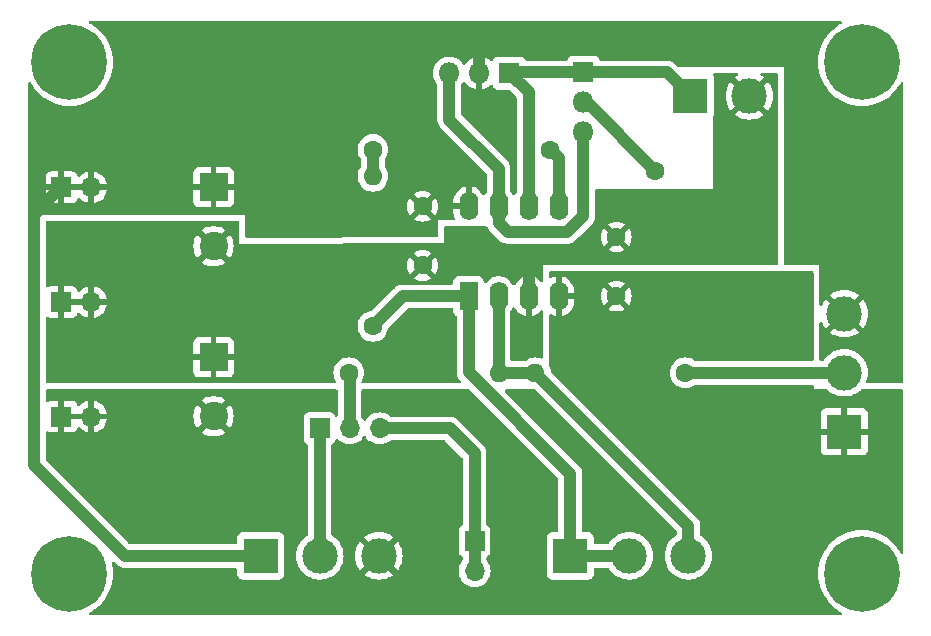
<source format=gbr>
%TF.GenerationSoftware,KiCad,Pcbnew,8.0.2*%
%TF.CreationDate,2024-05-09T08:54:54-04:00*%
%TF.ProjectId,opamp_motor_position,6f70616d-705f-46d6-9f74-6f725f706f73,rev?*%
%TF.SameCoordinates,PX49e8e60PY4862460*%
%TF.FileFunction,Copper,L2,Bot*%
%TF.FilePolarity,Positive*%
%FSLAX46Y46*%
G04 Gerber Fmt 4.6, Leading zero omitted, Abs format (unit mm)*
G04 Created by KiCad (PCBNEW 8.0.2) date 2024-05-09 08:54:54*
%MOMM*%
%LPD*%
G01*
G04 APERTURE LIST*
%TA.AperFunction,ComponentPad*%
%ADD10C,3.600000*%
%TD*%
%TA.AperFunction,ConnectorPad*%
%ADD11C,6.400000*%
%TD*%
%TA.AperFunction,ComponentPad*%
%ADD12R,1.600000X2.400000*%
%TD*%
%TA.AperFunction,ComponentPad*%
%ADD13O,1.600000X2.400000*%
%TD*%
%TA.AperFunction,ComponentPad*%
%ADD14R,3.000000X3.000000*%
%TD*%
%TA.AperFunction,ComponentPad*%
%ADD15C,3.000000*%
%TD*%
%TA.AperFunction,ComponentPad*%
%ADD16C,1.600000*%
%TD*%
%TA.AperFunction,ComponentPad*%
%ADD17O,1.600000X1.600000*%
%TD*%
%TA.AperFunction,ComponentPad*%
%ADD18R,1.800000X1.800000*%
%TD*%
%TA.AperFunction,ComponentPad*%
%ADD19O,1.800000X1.800000*%
%TD*%
%TA.AperFunction,ComponentPad*%
%ADD20R,1.700000X1.700000*%
%TD*%
%TA.AperFunction,ComponentPad*%
%ADD21O,1.700000X1.700000*%
%TD*%
%TA.AperFunction,ComponentPad*%
%ADD22R,2.400000X2.400000*%
%TD*%
%TA.AperFunction,ComponentPad*%
%ADD23C,2.400000*%
%TD*%
%TA.AperFunction,ViaPad*%
%ADD24C,1.600000*%
%TD*%
%TA.AperFunction,Conductor*%
%ADD25C,1.000000*%
%TD*%
G04 APERTURE END LIST*
D10*
%TO.P,H4,1*%
%TO.N,N/C*%
X72100000Y-5000000D03*
D11*
X72100000Y-5000000D03*
%TD*%
%TO.P,H3,1*%
%TO.N,N/C*%
X72100000Y-48300000D03*
D10*
X72100000Y-48300000D03*
%TD*%
%TO.P,H2,1*%
%TO.N,N/C*%
X5000000Y-48300000D03*
D11*
X5000000Y-48300000D03*
%TD*%
D10*
%TO.P,H1,1*%
%TO.N,N/C*%
X5000000Y-5000000D03*
D11*
X5000000Y-5000000D03*
%TD*%
D12*
%TO.P,U1,1*%
%TO.N,Net-(R3-Pad1)*%
X38800000Y-24825000D03*
D13*
%TO.P,U1,2,-*%
%TO.N,Net-(U1A--)*%
X41340000Y-24825000D03*
%TO.P,U1,3,+*%
%TO.N,GND*%
X43880000Y-24825000D03*
%TO.P,U1,4,V-*%
%TO.N,-12V*%
X46420000Y-24825000D03*
%TO.P,U1,5,+*%
%TO.N,Net-(U1B-+)*%
X46420000Y-17205000D03*
%TO.P,U1,6,-*%
%TO.N,Net-(M1-+)*%
X43880000Y-17205000D03*
%TO.P,U1,7*%
%TO.N,Net-(Q1-B)*%
X41340000Y-17205000D03*
%TO.P,U1,8,V+*%
%TO.N,+12V*%
X38800000Y-17205000D03*
%TD*%
D14*
%TO.P,RV3,1,1*%
%TO.N,-12V*%
X70600000Y-36300000D03*
D15*
%TO.P,RV3,2,2*%
%TO.N,/Vsense*%
X70600000Y-31300000D03*
%TO.P,RV3,3,3*%
%TO.N,+12V*%
X70600000Y-26300000D03*
%TD*%
D14*
%TO.P,RV2,1,1*%
%TO.N,Net-(R3-Pad1)*%
X47400000Y-46800000D03*
D15*
%TO.P,RV2,2,2*%
X52400000Y-46800000D03*
%TO.P,RV2,3,3*%
%TO.N,Net-(U1A--)*%
X57400000Y-46800000D03*
%TD*%
D14*
%TO.P,RV1,1,1*%
%TO.N,+12V*%
X21200000Y-46800000D03*
D15*
%TO.P,RV1,2,2*%
%TO.N,Net-(JP1-A)*%
X26200000Y-46800000D03*
%TO.P,RV1,3,3*%
%TO.N,-12V*%
X31200000Y-46800000D03*
%TD*%
D16*
%TO.P,R3,1*%
%TO.N,Net-(R3-Pad1)*%
X30700000Y-27350000D03*
D17*
%TO.P,R3,2*%
%TO.N,Net-(U1B-+)*%
X30700000Y-14650000D03*
%TD*%
D16*
%TO.P,R2,1*%
%TO.N,/Vsense*%
X57150000Y-31300000D03*
D17*
%TO.P,R2,2*%
%TO.N,Net-(U1A--)*%
X44450000Y-31300000D03*
%TD*%
D16*
%TO.P,R1,1*%
%TO.N,/Vset*%
X28650000Y-31300000D03*
D17*
%TO.P,R1,2*%
%TO.N,Net-(U1A--)*%
X41350000Y-31300000D03*
%TD*%
D18*
%TO.P,Q2,1,E*%
%TO.N,Net-(M1-+)*%
X48525000Y-5860000D03*
D19*
%TO.P,Q2,2,C*%
%TO.N,-12V*%
X48525000Y-8400000D03*
%TO.P,Q2,3,B*%
%TO.N,Net-(Q1-B)*%
X48525000Y-10940000D03*
%TD*%
D18*
%TO.P,Q1,1,E*%
%TO.N,Net-(M1-+)*%
X42240000Y-5925000D03*
D19*
%TO.P,Q1,2,C*%
%TO.N,+12V*%
X39700000Y-5925000D03*
%TO.P,Q1,3,B*%
%TO.N,Net-(Q1-B)*%
X37160000Y-5925000D03*
%TD*%
D14*
%TO.P,M1,1,+*%
%TO.N,Net-(M1-+)*%
X57567500Y-7867500D03*
D15*
%TO.P,M1,2,-*%
%TO.N,GND*%
X62567500Y-7867500D03*
%TD*%
D20*
%TO.P,JP1,1,A*%
%TO.N,Net-(JP1-A)*%
X26175000Y-36000000D03*
D21*
%TO.P,JP1,2,C*%
%TO.N,/Vset*%
X28715000Y-36000000D03*
%TO.P,JP1,3,B*%
%TO.N,/Vext*%
X31255000Y-36000000D03*
%TD*%
D20*
%TO.P,J4,1,Pin_1*%
%TO.N,-12V*%
X4325000Y-35000000D03*
D21*
%TO.P,J4,2,Pin_2*%
X6865000Y-35000000D03*
%TD*%
D20*
%TO.P,J3,1,Pin_1*%
%TO.N,GND*%
X4325000Y-25300000D03*
D21*
%TO.P,J3,2,Pin_2*%
X6865000Y-25300000D03*
%TD*%
%TO.P,J2,2,Pin_2*%
%TO.N,+12V*%
X6865000Y-15600000D03*
D20*
%TO.P,J2,1,Pin_1*%
X4325000Y-15600000D03*
%TD*%
%TO.P,J1,1,Pin_1*%
%TO.N,/Vext*%
X39300000Y-45525000D03*
D21*
%TO.P,J1,2,Pin_2*%
X39300000Y-48065000D03*
%TD*%
D16*
%TO.P,C4,2*%
%TO.N,-12V*%
X51300000Y-24800000D03*
%TO.P,C4,1*%
%TO.N,GND*%
X51300000Y-19800000D03*
%TD*%
%TO.P,C3,2*%
%TO.N,GND*%
X34900000Y-22200000D03*
%TO.P,C3,1*%
%TO.N,+12V*%
X34900000Y-17200000D03*
%TD*%
D22*
%TO.P,C2,1*%
%TO.N,GND*%
X17200000Y-29976041D03*
D23*
%TO.P,C2,2*%
%TO.N,-12V*%
X17200000Y-34976041D03*
%TD*%
D22*
%TO.P,C1,1*%
%TO.N,+12V*%
X17200000Y-15576041D03*
D23*
%TO.P,C1,2*%
%TO.N,GND*%
X17200000Y-20576041D03*
%TD*%
D24*
%TO.N,Net-(U1B-+)*%
X30700000Y-12400000D03*
X45700000Y-12400000D03*
%TO.N,-12V*%
X54600000Y-24300000D03*
X54600000Y-14200000D03*
%TD*%
D25*
%TO.N,+12V*%
X39700000Y-5925000D02*
X39700000Y-3500000D01*
%TO.N,GND*%
X43880000Y-22680000D02*
X42900000Y-21700000D01*
X43880000Y-24825000D02*
X43880000Y-22680000D01*
%TO.N,Net-(U1B-+)*%
X46420000Y-17205000D02*
X46420000Y-13120000D01*
X46420000Y-13120000D02*
X45700000Y-12400000D01*
X30700000Y-12400000D02*
X30700000Y-14650000D01*
%TO.N,Net-(M1-+)*%
X43880000Y-17205000D02*
X43880000Y-7565000D01*
X43880000Y-7565000D02*
X42240000Y-5925000D01*
X48525000Y-5860000D02*
X42305000Y-5860000D01*
X42305000Y-5860000D02*
X42240000Y-5925000D01*
%TO.N,-12V*%
X48525000Y-8400000D02*
X48800000Y-8400000D01*
X48800000Y-8400000D02*
X54600000Y-14200000D01*
%TO.N,Net-(Q1-B)*%
X41340000Y-17205000D02*
X41340000Y-18605000D01*
X41340000Y-18605000D02*
X42095000Y-19360000D01*
X42095000Y-19360000D02*
X47146945Y-19360000D01*
X47146945Y-19360000D02*
X48525000Y-17981945D01*
X48525000Y-17981945D02*
X48525000Y-10940000D01*
%TO.N,Net-(M1-+)*%
X48525000Y-5860000D02*
X55560000Y-5860000D01*
X55560000Y-5860000D02*
X57567500Y-7867500D01*
%TO.N,Net-(R3-Pad1)*%
X38800000Y-24825000D02*
X33225000Y-24825000D01*
X33225000Y-24825000D02*
X30700000Y-27350000D01*
%TO.N,+12V*%
X21200000Y-46800000D02*
X9700000Y-46800000D01*
X9700000Y-46800000D02*
X2000000Y-39100000D01*
X2000000Y-39100000D02*
X2000000Y-17925000D01*
X2000000Y-17925000D02*
X4325000Y-15600000D01*
%TO.N,Net-(U1A--)*%
X57400000Y-46800000D02*
X57400000Y-44250000D01*
X57400000Y-44250000D02*
X44450000Y-31300000D01*
%TO.N,Net-(R3-Pad1)*%
X47400000Y-46800000D02*
X47400000Y-39831945D01*
X47400000Y-39831945D02*
X38800000Y-31231945D01*
X38800000Y-31231945D02*
X38800000Y-24825000D01*
X52400000Y-46800000D02*
X47400000Y-46800000D01*
%TO.N,/Vsense*%
X70600000Y-31300000D02*
X57150000Y-31300000D01*
%TO.N,/Vext*%
X39300000Y-45525000D02*
X39300000Y-38100000D01*
X39300000Y-38100000D02*
X37200000Y-36000000D01*
X37200000Y-36000000D02*
X31255000Y-36000000D01*
X39300000Y-48065000D02*
X39300000Y-45525000D01*
%TO.N,Net-(JP1-A)*%
X26175000Y-36000000D02*
X26175000Y-46775000D01*
X26175000Y-46775000D02*
X26200000Y-46800000D01*
%TO.N,/Vset*%
X28715000Y-36000000D02*
X28715000Y-31365000D01*
X28715000Y-31365000D02*
X28650000Y-31300000D01*
%TO.N,Net-(U1A--)*%
X41350000Y-31300000D02*
X44450000Y-31300000D01*
X41340000Y-24825000D02*
X41340000Y-31290000D01*
X41340000Y-31290000D02*
X41350000Y-31300000D01*
%TO.N,Net-(Q1-B)*%
X41340000Y-17205000D02*
X41340000Y-14040000D01*
X41340000Y-14040000D02*
X37160000Y-9860000D01*
X37160000Y-9860000D02*
X37160000Y-5925000D01*
%TD*%
%TA.AperFunction,Conductor*%
%TO.N,GND*%
G36*
X61568650Y-5925185D02*
G01*
X61614405Y-5977989D01*
X61624349Y-6047147D01*
X61595324Y-6110703D01*
X61561037Y-6138332D01*
X61483466Y-6180688D01*
X61483453Y-6180696D01*
X61340937Y-6287382D01*
X61340936Y-6287383D01*
X62320012Y-7266458D01*
X62259610Y-7291478D01*
X62153149Y-7362612D01*
X62062612Y-7453149D01*
X61991478Y-7559610D01*
X61966458Y-7620011D01*
X60987383Y-6640936D01*
X60987382Y-6640937D01*
X60880696Y-6783453D01*
X60880691Y-6783461D01*
X60743591Y-7034541D01*
X60643609Y-7302604D01*
X60582800Y-7582137D01*
X60562391Y-7867498D01*
X60562391Y-7867501D01*
X60582800Y-8152862D01*
X60643609Y-8432395D01*
X60743591Y-8700458D01*
X60880691Y-8951538D01*
X60880696Y-8951546D01*
X60987382Y-9094061D01*
X60987383Y-9094062D01*
X61966458Y-8114987D01*
X61991478Y-8175390D01*
X62062612Y-8281851D01*
X62153149Y-8372388D01*
X62259610Y-8443522D01*
X62320011Y-8468541D01*
X61340936Y-9447615D01*
X61483460Y-9554307D01*
X61483461Y-9554308D01*
X61734542Y-9691408D01*
X61734541Y-9691408D01*
X62002604Y-9791390D01*
X62282137Y-9852199D01*
X62567499Y-9872609D01*
X62567501Y-9872609D01*
X62852862Y-9852199D01*
X63132395Y-9791390D01*
X63400458Y-9691408D01*
X63651547Y-9554303D01*
X63794061Y-9447616D01*
X63794062Y-9447615D01*
X62814989Y-8468541D01*
X62875390Y-8443522D01*
X62981851Y-8372388D01*
X63072388Y-8281851D01*
X63143522Y-8175390D01*
X63168541Y-8114988D01*
X64147615Y-9094062D01*
X64147616Y-9094061D01*
X64254303Y-8951547D01*
X64391408Y-8700458D01*
X64491390Y-8432395D01*
X64552199Y-8152862D01*
X64572609Y-7867501D01*
X64572609Y-7867498D01*
X64552199Y-7582137D01*
X64491390Y-7302604D01*
X64391408Y-7034541D01*
X64254308Y-6783461D01*
X64254307Y-6783460D01*
X64147615Y-6640936D01*
X63168541Y-7620010D01*
X63143522Y-7559610D01*
X63072388Y-7453149D01*
X62981851Y-7362612D01*
X62875390Y-7291478D01*
X62814988Y-7266458D01*
X63794062Y-6287383D01*
X63794061Y-6287382D01*
X63651546Y-6180696D01*
X63651533Y-6180688D01*
X63573963Y-6138332D01*
X63524557Y-6088927D01*
X63509705Y-6020654D01*
X63534122Y-5955190D01*
X63590055Y-5913318D01*
X63633389Y-5905500D01*
X64870500Y-5905500D01*
X64937539Y-5925185D01*
X64983294Y-5977989D01*
X64994500Y-6029500D01*
X64994500Y-22070500D01*
X64974815Y-22137539D01*
X64922011Y-22183294D01*
X64870500Y-22194500D01*
X45724000Y-22194500D01*
X45723991Y-22194500D01*
X45723990Y-22194501D01*
X45679457Y-22199289D01*
X45666202Y-22200000D01*
X45100000Y-22200000D01*
X45100000Y-22776877D01*
X45098738Y-22794523D01*
X45094500Y-22823998D01*
X45094500Y-23181437D01*
X45099582Y-23243187D01*
X45100000Y-23253358D01*
X45100000Y-23510860D01*
X45080315Y-23577899D01*
X45027511Y-23623654D01*
X44958353Y-23633598D01*
X44894797Y-23604573D01*
X44875685Y-23583750D01*
X44871585Y-23578107D01*
X44726895Y-23433417D01*
X44561349Y-23313140D01*
X44379029Y-23220244D01*
X44184413Y-23157009D01*
X44130000Y-23148390D01*
X44130000Y-24509314D01*
X44125606Y-24504920D01*
X44034394Y-24452259D01*
X43932661Y-24425000D01*
X43827339Y-24425000D01*
X43725606Y-24452259D01*
X43634394Y-24504920D01*
X43630000Y-24509314D01*
X43630000Y-23148390D01*
X43575586Y-23157009D01*
X43380970Y-23220244D01*
X43198650Y-23313140D01*
X43033105Y-23433417D01*
X43033104Y-23433417D01*
X42888417Y-23578104D01*
X42888417Y-23578105D01*
X42768140Y-23743650D01*
X42720765Y-23836629D01*
X42672790Y-23887425D01*
X42604969Y-23904220D01*
X42538834Y-23881682D01*
X42499795Y-23836629D01*
X42487905Y-23813294D01*
X42452287Y-23743390D01*
X42402160Y-23674395D01*
X42331971Y-23577786D01*
X42187213Y-23433028D01*
X42021613Y-23312715D01*
X42021612Y-23312714D01*
X42021610Y-23312713D01*
X41955492Y-23279024D01*
X41839223Y-23219781D01*
X41644534Y-23156522D01*
X41469995Y-23128878D01*
X41442352Y-23124500D01*
X41237648Y-23124500D01*
X41213329Y-23128351D01*
X41035465Y-23156522D01*
X40840776Y-23219781D01*
X40658386Y-23312715D01*
X40492786Y-23433028D01*
X40348032Y-23577782D01*
X40321668Y-23614070D01*
X40266338Y-23656735D01*
X40196724Y-23662714D01*
X40134929Y-23630108D01*
X40100572Y-23569269D01*
X40098060Y-23554438D01*
X40097640Y-23550533D01*
X40094091Y-23517517D01*
X40058298Y-23421552D01*
X40043797Y-23382671D01*
X40043793Y-23382664D01*
X39957547Y-23267455D01*
X39957544Y-23267452D01*
X39842335Y-23181206D01*
X39842328Y-23181202D01*
X39707482Y-23130908D01*
X39707483Y-23130908D01*
X39647883Y-23124501D01*
X39647881Y-23124500D01*
X39647873Y-23124500D01*
X39647864Y-23124500D01*
X37952129Y-23124500D01*
X37952123Y-23124501D01*
X37892516Y-23130908D01*
X37757671Y-23181202D01*
X37757664Y-23181206D01*
X37642455Y-23267452D01*
X37642452Y-23267455D01*
X37556206Y-23382664D01*
X37556202Y-23382671D01*
X37505908Y-23517517D01*
X37499501Y-23577116D01*
X37499500Y-23577135D01*
X37499500Y-23700500D01*
X37479815Y-23767539D01*
X37427011Y-23813294D01*
X37375500Y-23824500D01*
X33126455Y-23824500D01*
X33029812Y-23843724D01*
X32933167Y-23862947D01*
X32933161Y-23862949D01*
X32879834Y-23885037D01*
X32879834Y-23885038D01*
X32834315Y-23903892D01*
X32751089Y-23938366D01*
X32751079Y-23938371D01*
X32587219Y-24047859D01*
X32542270Y-24092809D01*
X32447861Y-24187218D01*
X32447858Y-24187221D01*
X30611967Y-26023111D01*
X30550644Y-26056596D01*
X30535096Y-26058958D01*
X30473311Y-26064364D01*
X30473302Y-26064366D01*
X30253511Y-26123258D01*
X30253502Y-26123261D01*
X30047267Y-26219431D01*
X30047265Y-26219432D01*
X29860858Y-26349954D01*
X29699954Y-26510858D01*
X29569432Y-26697265D01*
X29569431Y-26697267D01*
X29473261Y-26903502D01*
X29473258Y-26903511D01*
X29414366Y-27123302D01*
X29414364Y-27123313D01*
X29394532Y-27349998D01*
X29394532Y-27350001D01*
X29414364Y-27576686D01*
X29414366Y-27576697D01*
X29473258Y-27796488D01*
X29473261Y-27796497D01*
X29569431Y-28002732D01*
X29569432Y-28002734D01*
X29699954Y-28189141D01*
X29860858Y-28350045D01*
X29860861Y-28350047D01*
X30047266Y-28480568D01*
X30253504Y-28576739D01*
X30473308Y-28635635D01*
X30635230Y-28649801D01*
X30699998Y-28655468D01*
X30700000Y-28655468D01*
X30700002Y-28655468D01*
X30756673Y-28650509D01*
X30926692Y-28635635D01*
X31146496Y-28576739D01*
X31352734Y-28480568D01*
X31539139Y-28350047D01*
X31700047Y-28189139D01*
X31830568Y-28002734D01*
X31926739Y-27796496D01*
X31985635Y-27576692D01*
X31991040Y-27514904D01*
X32016492Y-27449837D01*
X32026879Y-27438039D01*
X33603101Y-25861819D01*
X33664424Y-25828334D01*
X33690782Y-25825500D01*
X37375501Y-25825500D01*
X37442540Y-25845185D01*
X37488295Y-25897989D01*
X37499501Y-25949500D01*
X37499501Y-26072876D01*
X37505908Y-26132483D01*
X37556202Y-26267328D01*
X37556206Y-26267335D01*
X37609185Y-26338105D01*
X37642454Y-26382546D01*
X37749811Y-26462914D01*
X37791682Y-26518847D01*
X37799500Y-26562180D01*
X37799500Y-31330486D01*
X37799500Y-31330488D01*
X37799499Y-31330488D01*
X37837947Y-31523774D01*
X37837950Y-31523784D01*
X37913364Y-31705852D01*
X37913371Y-31705865D01*
X38022859Y-31869725D01*
X38022860Y-31869726D01*
X38022861Y-31869727D01*
X38135954Y-31982820D01*
X38169438Y-32044141D01*
X38164454Y-32113833D01*
X38122583Y-32169767D01*
X38057119Y-32194184D01*
X38048272Y-32194500D01*
X29849483Y-32194500D01*
X29782444Y-32174815D01*
X29736689Y-32122011D01*
X29726745Y-32052853D01*
X29747909Y-31999376D01*
X29780566Y-31952737D01*
X29780568Y-31952733D01*
X29876739Y-31746496D01*
X29935635Y-31526692D01*
X29955468Y-31300000D01*
X29954017Y-31283420D01*
X29935635Y-31073313D01*
X29935635Y-31073308D01*
X29876739Y-30853504D01*
X29780568Y-30647266D01*
X29650047Y-30460861D01*
X29650045Y-30460858D01*
X29489141Y-30299954D01*
X29302734Y-30169432D01*
X29302732Y-30169431D01*
X29096497Y-30073261D01*
X29096488Y-30073258D01*
X28876697Y-30014366D01*
X28876693Y-30014365D01*
X28876692Y-30014365D01*
X28876691Y-30014364D01*
X28876686Y-30014364D01*
X28650002Y-29994532D01*
X28649998Y-29994532D01*
X28423313Y-30014364D01*
X28423302Y-30014366D01*
X28203511Y-30073258D01*
X28203502Y-30073261D01*
X27997267Y-30169431D01*
X27997265Y-30169432D01*
X27810858Y-30299954D01*
X27649954Y-30460858D01*
X27519432Y-30647265D01*
X27519431Y-30647267D01*
X27423261Y-30853502D01*
X27423258Y-30853511D01*
X27364366Y-31073302D01*
X27364364Y-31073313D01*
X27344532Y-31299998D01*
X27344532Y-31300001D01*
X27364364Y-31526686D01*
X27364366Y-31526697D01*
X27423258Y-31746488D01*
X27423261Y-31746497D01*
X27510394Y-31933352D01*
X27519432Y-31952734D01*
X27552092Y-31999378D01*
X27574419Y-32065583D01*
X27557409Y-32133350D01*
X27506461Y-32181163D01*
X27450517Y-32194500D01*
X3124500Y-32194500D01*
X3057461Y-32174815D01*
X3011706Y-32122011D01*
X3000500Y-32070500D01*
X3000500Y-28728196D01*
X15500000Y-28728196D01*
X15500000Y-29726041D01*
X16651518Y-29726041D01*
X16640889Y-29744450D01*
X16600000Y-29897050D01*
X16600000Y-30055032D01*
X16640889Y-30207632D01*
X16651518Y-30226041D01*
X15500000Y-30226041D01*
X15500000Y-31223885D01*
X15506401Y-31283413D01*
X15506403Y-31283420D01*
X15556645Y-31418127D01*
X15556649Y-31418134D01*
X15642809Y-31533228D01*
X15642812Y-31533231D01*
X15757906Y-31619391D01*
X15757913Y-31619395D01*
X15892620Y-31669637D01*
X15892627Y-31669639D01*
X15952155Y-31676040D01*
X15952172Y-31676041D01*
X16950000Y-31676041D01*
X16950000Y-30524523D01*
X16968409Y-30535152D01*
X17121009Y-30576041D01*
X17278991Y-30576041D01*
X17431591Y-30535152D01*
X17450000Y-30524523D01*
X17450000Y-31676041D01*
X18447828Y-31676041D01*
X18447844Y-31676040D01*
X18507372Y-31669639D01*
X18507379Y-31669637D01*
X18642086Y-31619395D01*
X18642093Y-31619391D01*
X18757187Y-31533231D01*
X18757190Y-31533228D01*
X18843350Y-31418134D01*
X18843354Y-31418127D01*
X18893596Y-31283420D01*
X18893598Y-31283413D01*
X18899999Y-31223885D01*
X18900000Y-31223868D01*
X18900000Y-30226041D01*
X17748482Y-30226041D01*
X17759111Y-30207632D01*
X17800000Y-30055032D01*
X17800000Y-29897050D01*
X17759111Y-29744450D01*
X17748482Y-29726041D01*
X18900000Y-29726041D01*
X18900000Y-28728213D01*
X18899999Y-28728196D01*
X18893598Y-28668668D01*
X18893596Y-28668661D01*
X18843354Y-28533954D01*
X18843350Y-28533947D01*
X18757190Y-28418853D01*
X18757187Y-28418850D01*
X18642093Y-28332690D01*
X18642086Y-28332686D01*
X18507379Y-28282444D01*
X18507372Y-28282442D01*
X18447844Y-28276041D01*
X17450000Y-28276041D01*
X17450000Y-29427558D01*
X17431591Y-29416930D01*
X17278991Y-29376041D01*
X17121009Y-29376041D01*
X16968409Y-29416930D01*
X16950000Y-29427558D01*
X16950000Y-28276041D01*
X15952155Y-28276041D01*
X15892627Y-28282442D01*
X15892620Y-28282444D01*
X15757913Y-28332686D01*
X15757906Y-28332690D01*
X15642812Y-28418850D01*
X15642809Y-28418853D01*
X15556649Y-28533947D01*
X15556645Y-28533954D01*
X15506403Y-28668661D01*
X15506401Y-28668668D01*
X15500000Y-28728196D01*
X3000500Y-28728196D01*
X3000500Y-26667092D01*
X3020185Y-26600053D01*
X3072989Y-26554298D01*
X3142147Y-26544354D01*
X3198812Y-26567826D01*
X3232910Y-26593352D01*
X3232913Y-26593354D01*
X3367620Y-26643596D01*
X3367627Y-26643598D01*
X3427155Y-26649999D01*
X3427172Y-26650000D01*
X4075000Y-26650000D01*
X4075000Y-25733012D01*
X4132007Y-25765925D01*
X4259174Y-25800000D01*
X4390826Y-25800000D01*
X4517993Y-25765925D01*
X4575000Y-25733012D01*
X4575000Y-26650000D01*
X5222828Y-26650000D01*
X5222844Y-26649999D01*
X5282372Y-26643598D01*
X5282379Y-26643596D01*
X5417086Y-26593354D01*
X5417093Y-26593350D01*
X5532187Y-26507190D01*
X5532190Y-26507187D01*
X5618350Y-26392093D01*
X5618354Y-26392086D01*
X5667614Y-26260013D01*
X5709485Y-26204079D01*
X5774949Y-26179662D01*
X5843222Y-26194513D01*
X5871477Y-26215665D01*
X5993917Y-26338105D01*
X6187421Y-26473600D01*
X6401507Y-26573429D01*
X6401516Y-26573433D01*
X6615000Y-26630634D01*
X6615000Y-25733012D01*
X6672007Y-25765925D01*
X6799174Y-25800000D01*
X6930826Y-25800000D01*
X7057993Y-25765925D01*
X7115000Y-25733012D01*
X7115000Y-26630633D01*
X7328483Y-26573433D01*
X7328492Y-26573429D01*
X7542578Y-26473600D01*
X7736082Y-26338105D01*
X7903105Y-26171082D01*
X8038600Y-25977578D01*
X8138429Y-25763492D01*
X8138432Y-25763486D01*
X8195636Y-25550000D01*
X7298012Y-25550000D01*
X7330925Y-25492993D01*
X7365000Y-25365826D01*
X7365000Y-25234174D01*
X7330925Y-25107007D01*
X7298012Y-25050000D01*
X8195636Y-25050000D01*
X8195635Y-25049999D01*
X8138432Y-24836513D01*
X8138429Y-24836507D01*
X8038600Y-24622422D01*
X8038599Y-24622420D01*
X7903113Y-24428926D01*
X7903108Y-24428920D01*
X7736082Y-24261894D01*
X7542578Y-24126399D01*
X7328492Y-24026570D01*
X7328486Y-24026567D01*
X7115000Y-23969364D01*
X7115000Y-24866988D01*
X7057993Y-24834075D01*
X6930826Y-24800000D01*
X6799174Y-24800000D01*
X6672007Y-24834075D01*
X6615000Y-24866988D01*
X6615000Y-23969364D01*
X6614999Y-23969364D01*
X6401513Y-24026567D01*
X6401507Y-24026570D01*
X6187422Y-24126399D01*
X6187420Y-24126400D01*
X5993926Y-24261886D01*
X5871477Y-24384335D01*
X5810154Y-24417819D01*
X5740462Y-24412835D01*
X5684529Y-24370963D01*
X5667614Y-24339986D01*
X5618354Y-24207913D01*
X5618350Y-24207906D01*
X5532190Y-24092812D01*
X5532187Y-24092809D01*
X5417093Y-24006649D01*
X5417086Y-24006645D01*
X5282379Y-23956403D01*
X5282372Y-23956401D01*
X5222844Y-23950000D01*
X4575000Y-23950000D01*
X4575000Y-24866988D01*
X4517993Y-24834075D01*
X4390826Y-24800000D01*
X4259174Y-24800000D01*
X4132007Y-24834075D01*
X4075000Y-24866988D01*
X4075000Y-23950000D01*
X3427155Y-23950000D01*
X3367627Y-23956401D01*
X3367620Y-23956403D01*
X3232913Y-24006645D01*
X3232910Y-24006647D01*
X3198811Y-24032174D01*
X3133346Y-24056591D01*
X3065073Y-24041739D01*
X3015668Y-23992334D01*
X3000500Y-23932907D01*
X3000500Y-20576036D01*
X15495233Y-20576036D01*
X15495233Y-20576045D01*
X15514273Y-20830120D01*
X15570968Y-21078518D01*
X15570973Y-21078535D01*
X15664058Y-21315712D01*
X15664057Y-21315712D01*
X15791454Y-21536368D01*
X15791461Y-21536379D01*
X15833452Y-21589032D01*
X15833453Y-21589033D01*
X16635387Y-20787099D01*
X16640889Y-20807632D01*
X16719881Y-20944449D01*
X16831592Y-21056160D01*
X16968409Y-21135152D01*
X16988940Y-21140653D01*
X16186813Y-21942779D01*
X16347616Y-22052412D01*
X16347624Y-22052417D01*
X16577176Y-22162962D01*
X16577174Y-22162962D01*
X16820652Y-22238065D01*
X16820658Y-22238067D01*
X17072595Y-22276040D01*
X17072604Y-22276041D01*
X17327396Y-22276041D01*
X17327404Y-22276040D01*
X17579341Y-22238067D01*
X17579347Y-22238065D01*
X17702760Y-22199997D01*
X33595034Y-22199997D01*
X33595034Y-22200000D01*
X33614858Y-22426599D01*
X33614860Y-22426610D01*
X33673730Y-22646317D01*
X33673735Y-22646331D01*
X33769863Y-22852478D01*
X33820974Y-22925472D01*
X34500000Y-22246446D01*
X34500000Y-22252661D01*
X34527259Y-22354394D01*
X34579920Y-22445606D01*
X34654394Y-22520080D01*
X34745606Y-22572741D01*
X34847339Y-22600000D01*
X34853553Y-22600000D01*
X34174526Y-23279025D01*
X34247513Y-23330132D01*
X34247521Y-23330136D01*
X34453668Y-23426264D01*
X34453682Y-23426269D01*
X34673389Y-23485139D01*
X34673400Y-23485141D01*
X34899998Y-23504966D01*
X34900002Y-23504966D01*
X35126599Y-23485141D01*
X35126610Y-23485139D01*
X35346317Y-23426269D01*
X35346331Y-23426264D01*
X35552478Y-23330136D01*
X35625471Y-23279024D01*
X34946447Y-22600000D01*
X34952661Y-22600000D01*
X35054394Y-22572741D01*
X35145606Y-22520080D01*
X35220080Y-22445606D01*
X35272741Y-22354394D01*
X35300000Y-22252661D01*
X35300000Y-22246447D01*
X35979024Y-22925471D01*
X36030136Y-22852478D01*
X36126264Y-22646331D01*
X36126269Y-22646317D01*
X36185139Y-22426610D01*
X36185141Y-22426599D01*
X36204966Y-22200000D01*
X36204966Y-22199997D01*
X36185141Y-21973400D01*
X36185139Y-21973389D01*
X36126269Y-21753682D01*
X36126264Y-21753668D01*
X36030136Y-21547521D01*
X36030132Y-21547513D01*
X35979025Y-21474526D01*
X35300000Y-22153551D01*
X35300000Y-22147339D01*
X35272741Y-22045606D01*
X35220080Y-21954394D01*
X35145606Y-21879920D01*
X35054394Y-21827259D01*
X34952661Y-21800000D01*
X34946448Y-21800000D01*
X35625472Y-21120974D01*
X35552478Y-21069863D01*
X35346331Y-20973735D01*
X35346317Y-20973730D01*
X35126610Y-20914860D01*
X35126599Y-20914858D01*
X34900002Y-20895034D01*
X34899998Y-20895034D01*
X34673400Y-20914858D01*
X34673389Y-20914860D01*
X34453682Y-20973730D01*
X34453673Y-20973734D01*
X34247516Y-21069866D01*
X34247512Y-21069868D01*
X34174526Y-21120973D01*
X34174526Y-21120974D01*
X34853553Y-21800000D01*
X34847339Y-21800000D01*
X34745606Y-21827259D01*
X34654394Y-21879920D01*
X34579920Y-21954394D01*
X34527259Y-22045606D01*
X34500000Y-22147339D01*
X34500000Y-22153552D01*
X33820974Y-21474526D01*
X33820973Y-21474526D01*
X33769868Y-21547512D01*
X33769866Y-21547516D01*
X33673734Y-21753673D01*
X33673730Y-21753682D01*
X33614860Y-21973389D01*
X33614858Y-21973400D01*
X33595034Y-22199997D01*
X17702760Y-22199997D01*
X17822824Y-22162962D01*
X18052376Y-22052417D01*
X18052377Y-22052416D01*
X18213185Y-21942779D01*
X17411060Y-21140653D01*
X17431591Y-21135152D01*
X17568408Y-21056160D01*
X17680119Y-20944449D01*
X17759111Y-20807632D01*
X17764612Y-20787100D01*
X18566545Y-21589033D01*
X18566546Y-21589032D01*
X18608544Y-21536371D01*
X18735941Y-21315712D01*
X18829026Y-21078535D01*
X18829031Y-21078518D01*
X18885726Y-20830120D01*
X18904767Y-20576045D01*
X18904767Y-20576036D01*
X18885726Y-20321961D01*
X18829031Y-20073563D01*
X18829026Y-20073546D01*
X18735941Y-19836369D01*
X18735942Y-19836369D01*
X18608545Y-19615713D01*
X18566545Y-19563047D01*
X17764612Y-20364980D01*
X17759111Y-20344450D01*
X17680119Y-20207633D01*
X17568408Y-20095922D01*
X17431591Y-20016930D01*
X17411059Y-20011428D01*
X18213185Y-19209301D01*
X18052384Y-19099669D01*
X18052376Y-19099664D01*
X17822823Y-18989119D01*
X17822825Y-18989119D01*
X17579347Y-18914016D01*
X17579341Y-18914014D01*
X17327404Y-18876041D01*
X17072595Y-18876041D01*
X16820658Y-18914014D01*
X16820652Y-18914016D01*
X16577175Y-18989119D01*
X16347622Y-19099666D01*
X16347609Y-19099673D01*
X16186813Y-19209300D01*
X16988941Y-20011428D01*
X16968409Y-20016930D01*
X16831592Y-20095922D01*
X16719881Y-20207633D01*
X16640889Y-20344450D01*
X16635387Y-20364982D01*
X15833452Y-19563047D01*
X15791457Y-19615708D01*
X15664058Y-19836369D01*
X15570973Y-20073546D01*
X15570968Y-20073563D01*
X15514273Y-20321961D01*
X15495233Y-20576036D01*
X3000500Y-20576036D01*
X3000500Y-18529500D01*
X3020185Y-18462461D01*
X3072989Y-18416706D01*
X3124500Y-18405500D01*
X19270500Y-18405500D01*
X19337539Y-18425185D01*
X19383294Y-18477989D01*
X19394500Y-18529500D01*
X19394500Y-19775237D01*
X19399269Y-19818961D01*
X19400000Y-19832405D01*
X19400000Y-20399998D01*
X19400000Y-20400000D01*
X19960732Y-20396758D01*
X19978323Y-20397911D01*
X20027862Y-20404724D01*
X36079862Y-20306246D01*
X36098345Y-20304172D01*
X36111446Y-20303402D01*
X36700000Y-20300000D01*
X36700000Y-19723880D01*
X36701262Y-19706233D01*
X36705500Y-19676758D01*
X36705500Y-19029500D01*
X36725185Y-18962461D01*
X36777989Y-18916706D01*
X36829500Y-18905500D01*
X37543700Y-18905500D01*
X37605450Y-18900418D01*
X37615621Y-18900000D01*
X38653166Y-18900000D01*
X38672563Y-18901526D01*
X38697648Y-18905500D01*
X38697649Y-18905500D01*
X38902351Y-18905500D01*
X38902352Y-18905500D01*
X38927436Y-18901526D01*
X38946834Y-18900000D01*
X40296406Y-18900000D01*
X40363445Y-18919685D01*
X40409200Y-18972489D01*
X40410967Y-18976548D01*
X40453364Y-19078908D01*
X40453371Y-19078920D01*
X40562860Y-19242781D01*
X40562863Y-19242785D01*
X40706537Y-19386459D01*
X40706559Y-19386479D01*
X41314735Y-19994655D01*
X41314764Y-19994686D01*
X41457217Y-20137139D01*
X41571243Y-20213328D01*
X41621086Y-20246632D01*
X41709288Y-20283166D01*
X41803164Y-20322051D01*
X41899812Y-20341275D01*
X41948135Y-20350887D01*
X41996458Y-20360500D01*
X41996459Y-20360500D01*
X47245487Y-20360500D01*
X47264815Y-20356655D01*
X47342133Y-20341275D01*
X47438781Y-20322051D01*
X47532657Y-20283166D01*
X47620859Y-20246632D01*
X47784727Y-20137139D01*
X47924084Y-19997782D01*
X47924085Y-19997779D01*
X47931151Y-19990714D01*
X47931154Y-19990710D01*
X48121867Y-19799997D01*
X49995034Y-19799997D01*
X49995034Y-19800002D01*
X50014858Y-20026599D01*
X50014860Y-20026610D01*
X50073730Y-20246317D01*
X50073735Y-20246331D01*
X50169863Y-20452478D01*
X50220974Y-20525472D01*
X50900000Y-19846446D01*
X50900000Y-19852661D01*
X50927259Y-19954394D01*
X50979920Y-20045606D01*
X51054394Y-20120080D01*
X51145606Y-20172741D01*
X51247339Y-20200000D01*
X51253553Y-20200000D01*
X50574526Y-20879025D01*
X50647513Y-20930132D01*
X50647521Y-20930136D01*
X50853668Y-21026264D01*
X50853682Y-21026269D01*
X51073389Y-21085139D01*
X51073400Y-21085141D01*
X51299998Y-21104966D01*
X51300002Y-21104966D01*
X51526599Y-21085141D01*
X51526610Y-21085139D01*
X51746317Y-21026269D01*
X51746331Y-21026264D01*
X51952478Y-20930136D01*
X52025471Y-20879024D01*
X51346447Y-20200000D01*
X51352661Y-20200000D01*
X51454394Y-20172741D01*
X51545606Y-20120080D01*
X51620080Y-20045606D01*
X51672741Y-19954394D01*
X51700000Y-19852661D01*
X51700000Y-19846447D01*
X52379024Y-20525471D01*
X52430136Y-20452478D01*
X52526264Y-20246331D01*
X52526269Y-20246317D01*
X52585139Y-20026610D01*
X52585141Y-20026599D01*
X52604966Y-19800002D01*
X52604966Y-19799997D01*
X52585141Y-19573400D01*
X52585139Y-19573389D01*
X52526269Y-19353682D01*
X52526264Y-19353668D01*
X52430136Y-19147521D01*
X52430132Y-19147513D01*
X52379025Y-19074526D01*
X51700000Y-19753551D01*
X51700000Y-19747339D01*
X51672741Y-19645606D01*
X51620080Y-19554394D01*
X51545606Y-19479920D01*
X51454394Y-19427259D01*
X51352661Y-19400000D01*
X51346448Y-19400000D01*
X52025472Y-18720974D01*
X51952478Y-18669863D01*
X51746331Y-18573735D01*
X51746317Y-18573730D01*
X51526610Y-18514860D01*
X51526599Y-18514858D01*
X51300002Y-18495034D01*
X51299998Y-18495034D01*
X51073400Y-18514858D01*
X51073389Y-18514860D01*
X50853682Y-18573730D01*
X50853673Y-18573734D01*
X50647516Y-18669866D01*
X50647512Y-18669868D01*
X50574526Y-18720973D01*
X50574526Y-18720974D01*
X51253553Y-19400000D01*
X51247339Y-19400000D01*
X51145606Y-19427259D01*
X51054394Y-19479920D01*
X50979920Y-19554394D01*
X50927259Y-19645606D01*
X50900000Y-19747339D01*
X50900000Y-19753552D01*
X50220974Y-19074526D01*
X50220973Y-19074526D01*
X50169868Y-19147512D01*
X50169866Y-19147516D01*
X50073734Y-19353673D01*
X50073730Y-19353682D01*
X50014860Y-19573389D01*
X50014858Y-19573400D01*
X49995034Y-19799997D01*
X48121867Y-19799997D01*
X49162778Y-18759086D01*
X49162782Y-18759084D01*
X49302139Y-18619727D01*
X49411632Y-18455859D01*
X49413140Y-18452219D01*
X49470738Y-18313165D01*
X49487049Y-18273785D01*
X49487051Y-18273781D01*
X49525500Y-18080485D01*
X49525500Y-17883405D01*
X49525500Y-15824000D01*
X49545185Y-15756961D01*
X49597989Y-15711206D01*
X49649500Y-15700000D01*
X59500000Y-15700000D01*
X59500000Y-9662166D01*
X59510975Y-9619176D01*
X59508196Y-9618140D01*
X59511294Y-9609833D01*
X59511296Y-9609831D01*
X59561591Y-9474983D01*
X59568000Y-9415373D01*
X59567999Y-6319628D01*
X59561591Y-6260017D01*
X59559993Y-6255733D01*
X59508197Y-6116860D01*
X59510961Y-6115828D01*
X59500000Y-6072832D01*
X59500000Y-6029500D01*
X59519685Y-5962461D01*
X59572489Y-5916706D01*
X59624000Y-5905500D01*
X61501611Y-5905500D01*
X61568650Y-5925185D01*
G37*
%TD.AperFunction*%
%TA.AperFunction,Conductor*%
G36*
X44130000Y-26501606D02*
G01*
X44184421Y-26492988D01*
X44379031Y-26429754D01*
X44561349Y-26336859D01*
X44726894Y-26216582D01*
X44726895Y-26216582D01*
X44871582Y-26071895D01*
X44871587Y-26071889D01*
X44875682Y-26066254D01*
X44931012Y-26023588D01*
X45000625Y-26017609D01*
X45062420Y-26050215D01*
X45096777Y-26111053D01*
X45100000Y-26139139D01*
X45100000Y-26421440D01*
X45098738Y-26439086D01*
X45094500Y-26468561D01*
X45094500Y-29970950D01*
X45074815Y-30037989D01*
X45022011Y-30083744D01*
X44952853Y-30093688D01*
X44918099Y-30083334D01*
X44896498Y-30073262D01*
X44896488Y-30073258D01*
X44676697Y-30014366D01*
X44676693Y-30014365D01*
X44676692Y-30014365D01*
X44676691Y-30014364D01*
X44676686Y-30014364D01*
X44450002Y-29994532D01*
X44449998Y-29994532D01*
X44223313Y-30014364D01*
X44223302Y-30014366D01*
X44003511Y-30073258D01*
X44003502Y-30073261D01*
X43797267Y-30169431D01*
X43797265Y-30169432D01*
X43643535Y-30277075D01*
X43577329Y-30299402D01*
X43572412Y-30299500D01*
X42464500Y-30299500D01*
X42397461Y-30279815D01*
X42351706Y-30227011D01*
X42340500Y-30175500D01*
X42340500Y-26100761D01*
X42360185Y-26033722D01*
X42364165Y-26027899D01*
X42452287Y-25906610D01*
X42499795Y-25813369D01*
X42547770Y-25762574D01*
X42615591Y-25745779D01*
X42681725Y-25768316D01*
X42720765Y-25813370D01*
X42768140Y-25906349D01*
X42888417Y-26071894D01*
X42888417Y-26071895D01*
X43033104Y-26216582D01*
X43198650Y-26336859D01*
X43380968Y-26429754D01*
X43575578Y-26492988D01*
X43630000Y-26501607D01*
X43630000Y-25140686D01*
X43634394Y-25145080D01*
X43725606Y-25197741D01*
X43827339Y-25225000D01*
X43932661Y-25225000D01*
X44034394Y-25197741D01*
X44125606Y-25145080D01*
X44130000Y-25140686D01*
X44130000Y-26501606D01*
G37*
%TD.AperFunction*%
%TA.AperFunction,Conductor*%
G36*
X6399075Y-25107007D02*
G01*
X6365000Y-25234174D01*
X6365000Y-25365826D01*
X6399075Y-25492993D01*
X6431988Y-25550000D01*
X4758012Y-25550000D01*
X4790925Y-25492993D01*
X4825000Y-25365826D01*
X4825000Y-25234174D01*
X4790925Y-25107007D01*
X4758012Y-25050000D01*
X6431988Y-25050000D01*
X6399075Y-25107007D01*
G37*
%TD.AperFunction*%
%TD*%
%TA.AperFunction,Conductor*%
%TO.N,-12V*%
G36*
X67943039Y-22719685D02*
G01*
X67988794Y-22772489D01*
X68000000Y-22824000D01*
X68000000Y-30175500D01*
X67980315Y-30242539D01*
X67927511Y-30288294D01*
X67876000Y-30299500D01*
X58027588Y-30299500D01*
X57960549Y-30279815D01*
X57956465Y-30277075D01*
X57907142Y-30242539D01*
X57802734Y-30169432D01*
X57802732Y-30169431D01*
X57596497Y-30073261D01*
X57596488Y-30073258D01*
X57376697Y-30014366D01*
X57376693Y-30014365D01*
X57376692Y-30014365D01*
X57376691Y-30014364D01*
X57376686Y-30014364D01*
X57150002Y-29994532D01*
X57149998Y-29994532D01*
X56923313Y-30014364D01*
X56923302Y-30014366D01*
X56703511Y-30073258D01*
X56703502Y-30073261D01*
X56497267Y-30169431D01*
X56497265Y-30169432D01*
X56310858Y-30299954D01*
X56149954Y-30460858D01*
X56019432Y-30647265D01*
X56019431Y-30647267D01*
X55923261Y-30853502D01*
X55923258Y-30853511D01*
X55864366Y-31073302D01*
X55864364Y-31073313D01*
X55844532Y-31299998D01*
X55844532Y-31300001D01*
X55864364Y-31526686D01*
X55864366Y-31526697D01*
X55923258Y-31746488D01*
X55923261Y-31746497D01*
X56019431Y-31952732D01*
X56019432Y-31952734D01*
X56149954Y-32139141D01*
X56310858Y-32300045D01*
X56310861Y-32300047D01*
X56497266Y-32430568D01*
X56703504Y-32526739D01*
X56923308Y-32585635D01*
X57085230Y-32599801D01*
X57149998Y-32605468D01*
X57150000Y-32605468D01*
X57150002Y-32605468D01*
X57206673Y-32600509D01*
X57376692Y-32585635D01*
X57596496Y-32526739D01*
X57802734Y-32430568D01*
X57956465Y-32322924D01*
X58022671Y-32300598D01*
X58027588Y-32300500D01*
X67876000Y-32300500D01*
X67943039Y-32320185D01*
X67988794Y-32372989D01*
X68000000Y-32424500D01*
X68000000Y-32700000D01*
X69119504Y-32700000D01*
X69186543Y-32719685D01*
X69207180Y-32736314D01*
X69251532Y-32780666D01*
X69286602Y-32815736D01*
X69286612Y-32815745D01*
X69515682Y-32987224D01*
X69515690Y-32987229D01*
X69766833Y-33124364D01*
X69766832Y-33124364D01*
X69766836Y-33124365D01*
X69766839Y-33124367D01*
X70034954Y-33224369D01*
X70034960Y-33224370D01*
X70034962Y-33224371D01*
X70314566Y-33285195D01*
X70314568Y-33285195D01*
X70314572Y-33285196D01*
X70568220Y-33303337D01*
X70599999Y-33305610D01*
X70600000Y-33305610D01*
X70600001Y-33305610D01*
X70628595Y-33303564D01*
X70885428Y-33285196D01*
X71165046Y-33224369D01*
X71433161Y-33124367D01*
X71684315Y-32987226D01*
X71913395Y-32815739D01*
X71992816Y-32736317D01*
X72054137Y-32702834D01*
X72080496Y-32700000D01*
X75475500Y-32700000D01*
X75542539Y-32719685D01*
X75588294Y-32772489D01*
X75599500Y-32824000D01*
X75599500Y-46500606D01*
X75579815Y-46567645D01*
X75527011Y-46613400D01*
X75457853Y-46623344D01*
X75394297Y-46594319D01*
X75365015Y-46556901D01*
X75309122Y-46447206D01*
X75097877Y-46121917D01*
X74853784Y-45820488D01*
X74853781Y-45820484D01*
X74579516Y-45546219D01*
X74278084Y-45302124D01*
X74278082Y-45302122D01*
X73952793Y-45090877D01*
X73607197Y-44914787D01*
X73245094Y-44775788D01*
X73245087Y-44775786D01*
X72870433Y-44675398D01*
X72870429Y-44675397D01*
X72870428Y-44675397D01*
X72487339Y-44614722D01*
X72100001Y-44594422D01*
X72099999Y-44594422D01*
X71712660Y-44614722D01*
X71329572Y-44675397D01*
X71329570Y-44675397D01*
X70954905Y-44775788D01*
X70592802Y-44914787D01*
X70247206Y-45090877D01*
X69921917Y-45302122D01*
X69620488Y-45546215D01*
X69620480Y-45546222D01*
X69346222Y-45820480D01*
X69346215Y-45820488D01*
X69102122Y-46121917D01*
X68890877Y-46447206D01*
X68714787Y-46792802D01*
X68575788Y-47154905D01*
X68475397Y-47529570D01*
X68475397Y-47529572D01*
X68414722Y-47912660D01*
X68394422Y-48299999D01*
X68394422Y-48300000D01*
X68414722Y-48687339D01*
X68454170Y-48936402D01*
X68475398Y-49070433D01*
X68530215Y-49275015D01*
X68575788Y-49445094D01*
X68714787Y-49807197D01*
X68890877Y-50152793D01*
X69102122Y-50478082D01*
X69102124Y-50478084D01*
X69346219Y-50779516D01*
X69620484Y-51053781D01*
X69620488Y-51053784D01*
X69921917Y-51297877D01*
X70247206Y-51509122D01*
X70247211Y-51509125D01*
X70356902Y-51565015D01*
X70407698Y-51612989D01*
X70424493Y-51680810D01*
X70401956Y-51746945D01*
X70347241Y-51790397D01*
X70300607Y-51799500D01*
X6799393Y-51799500D01*
X6732354Y-51779815D01*
X6686599Y-51727011D01*
X6676655Y-51657853D01*
X6705680Y-51594297D01*
X6743098Y-51565015D01*
X6852789Y-51509125D01*
X7178084Y-51297876D01*
X7479516Y-51053781D01*
X7753781Y-50779516D01*
X7997876Y-50478084D01*
X8209125Y-50152789D01*
X8385214Y-49807194D01*
X8524214Y-49445087D01*
X8624602Y-49070433D01*
X8685278Y-48687338D01*
X8705578Y-48300000D01*
X8685278Y-47912662D01*
X8624602Y-47529567D01*
X8601610Y-47443759D01*
X8603273Y-47373910D01*
X8642436Y-47316048D01*
X8706664Y-47288544D01*
X8775566Y-47300131D01*
X8809060Y-47323981D01*
X8922860Y-47437781D01*
X8922861Y-47437782D01*
X9062218Y-47577139D01*
X9226086Y-47686632D01*
X9332745Y-47730811D01*
X9408164Y-47762051D01*
X9601454Y-47800499D01*
X9601457Y-47800500D01*
X9601459Y-47800500D01*
X9798540Y-47800500D01*
X19075501Y-47800500D01*
X19142540Y-47820185D01*
X19188295Y-47872989D01*
X19199501Y-47924500D01*
X19199501Y-48347876D01*
X19205908Y-48407483D01*
X19256202Y-48542328D01*
X19256206Y-48542335D01*
X19342452Y-48657544D01*
X19342455Y-48657547D01*
X19457664Y-48743793D01*
X19457671Y-48743797D01*
X19592517Y-48794091D01*
X19592516Y-48794091D01*
X19599444Y-48794835D01*
X19652127Y-48800500D01*
X22747872Y-48800499D01*
X22807483Y-48794091D01*
X22942331Y-48743796D01*
X23057546Y-48657546D01*
X23143796Y-48542331D01*
X23194091Y-48407483D01*
X23200500Y-48347873D01*
X23200499Y-45252128D01*
X23194091Y-45192517D01*
X23164506Y-45113196D01*
X23143797Y-45057671D01*
X23143793Y-45057664D01*
X23057547Y-44942455D01*
X23057544Y-44942452D01*
X22942335Y-44856206D01*
X22942328Y-44856202D01*
X22807482Y-44805908D01*
X22807483Y-44805908D01*
X22747883Y-44799501D01*
X22747881Y-44799500D01*
X22747873Y-44799500D01*
X22747864Y-44799500D01*
X19652129Y-44799500D01*
X19652123Y-44799501D01*
X19592516Y-44805908D01*
X19457671Y-44856202D01*
X19457664Y-44856206D01*
X19342455Y-44942452D01*
X19342452Y-44942455D01*
X19256206Y-45057664D01*
X19256202Y-45057671D01*
X19205908Y-45192517D01*
X19199501Y-45252116D01*
X19199501Y-45252123D01*
X19199500Y-45252135D01*
X19199500Y-45675500D01*
X19179815Y-45742539D01*
X19127011Y-45788294D01*
X19075500Y-45799500D01*
X10165783Y-45799500D01*
X10098744Y-45779815D01*
X10078102Y-45763181D01*
X3036819Y-38721898D01*
X3003334Y-38660575D01*
X3000500Y-38634217D01*
X3000500Y-36367092D01*
X3020185Y-36300053D01*
X3072989Y-36254298D01*
X3142147Y-36244354D01*
X3198812Y-36267826D01*
X3232910Y-36293352D01*
X3232913Y-36293354D01*
X3367620Y-36343596D01*
X3367627Y-36343598D01*
X3427155Y-36349999D01*
X3427172Y-36350000D01*
X4075000Y-36350000D01*
X4075000Y-35433012D01*
X4132007Y-35465925D01*
X4259174Y-35500000D01*
X4390826Y-35500000D01*
X4517993Y-35465925D01*
X4575000Y-35433012D01*
X4575000Y-36350000D01*
X5222828Y-36350000D01*
X5222844Y-36349999D01*
X5282372Y-36343598D01*
X5282379Y-36343596D01*
X5417086Y-36293354D01*
X5417093Y-36293350D01*
X5532187Y-36207190D01*
X5532190Y-36207187D01*
X5618350Y-36092093D01*
X5618354Y-36092086D01*
X5667614Y-35960013D01*
X5709485Y-35904079D01*
X5774949Y-35879662D01*
X5843222Y-35894513D01*
X5871477Y-35915665D01*
X5993917Y-36038105D01*
X6187421Y-36173600D01*
X6401507Y-36273429D01*
X6401516Y-36273433D01*
X6615000Y-36330634D01*
X6615000Y-35433012D01*
X6672007Y-35465925D01*
X6799174Y-35500000D01*
X6930826Y-35500000D01*
X7057993Y-35465925D01*
X7115000Y-35433012D01*
X7115000Y-36330633D01*
X7328483Y-36273433D01*
X7328492Y-36273429D01*
X7542578Y-36173600D01*
X7736082Y-36038105D01*
X7903105Y-35871082D01*
X8038600Y-35677578D01*
X8138429Y-35463492D01*
X8138432Y-35463486D01*
X8195636Y-35250000D01*
X7298012Y-35250000D01*
X7330925Y-35192993D01*
X7365000Y-35065826D01*
X7365000Y-34976036D01*
X15495233Y-34976036D01*
X15495233Y-34976045D01*
X15514273Y-35230120D01*
X15570968Y-35478518D01*
X15570973Y-35478535D01*
X15664058Y-35715712D01*
X15664057Y-35715712D01*
X15791454Y-35936368D01*
X15791461Y-35936379D01*
X15833452Y-35989032D01*
X15833453Y-35989033D01*
X16635387Y-35187099D01*
X16640889Y-35207632D01*
X16719881Y-35344449D01*
X16831592Y-35456160D01*
X16968409Y-35535152D01*
X16988940Y-35540653D01*
X16186813Y-36342779D01*
X16347616Y-36452412D01*
X16347624Y-36452417D01*
X16577176Y-36562962D01*
X16577174Y-36562962D01*
X16820652Y-36638065D01*
X16820658Y-36638067D01*
X17072595Y-36676040D01*
X17072604Y-36676041D01*
X17327396Y-36676041D01*
X17327404Y-36676040D01*
X17579341Y-36638067D01*
X17579347Y-36638065D01*
X17822824Y-36562962D01*
X18052376Y-36452417D01*
X18052377Y-36452416D01*
X18213185Y-36342779D01*
X17411060Y-35540653D01*
X17431591Y-35535152D01*
X17568408Y-35456160D01*
X17680119Y-35344449D01*
X17759111Y-35207632D01*
X17764612Y-35187100D01*
X18566545Y-35989033D01*
X18566546Y-35989032D01*
X18608544Y-35936371D01*
X18735941Y-35715712D01*
X18829026Y-35478535D01*
X18829031Y-35478518D01*
X18885726Y-35230120D01*
X18904767Y-34976045D01*
X18904767Y-34976036D01*
X18885726Y-34721961D01*
X18829031Y-34473563D01*
X18829026Y-34473546D01*
X18735941Y-34236369D01*
X18735942Y-34236369D01*
X18608545Y-34015713D01*
X18566545Y-33963047D01*
X17764612Y-34764980D01*
X17759111Y-34744450D01*
X17680119Y-34607633D01*
X17568408Y-34495922D01*
X17431591Y-34416930D01*
X17411059Y-34411428D01*
X18213185Y-33609301D01*
X18052384Y-33499669D01*
X18052376Y-33499664D01*
X17822823Y-33389119D01*
X17822825Y-33389119D01*
X17579347Y-33314016D01*
X17579341Y-33314014D01*
X17327404Y-33276041D01*
X17072595Y-33276041D01*
X16820658Y-33314014D01*
X16820652Y-33314016D01*
X16577175Y-33389119D01*
X16347622Y-33499666D01*
X16347609Y-33499673D01*
X16186813Y-33609300D01*
X16988941Y-34411428D01*
X16968409Y-34416930D01*
X16831592Y-34495922D01*
X16719881Y-34607633D01*
X16640889Y-34744450D01*
X16635387Y-34764982D01*
X15833452Y-33963047D01*
X15791457Y-34015708D01*
X15664058Y-34236369D01*
X15570973Y-34473546D01*
X15570968Y-34473563D01*
X15514273Y-34721961D01*
X15495233Y-34976036D01*
X7365000Y-34976036D01*
X7365000Y-34934174D01*
X7330925Y-34807007D01*
X7298012Y-34750000D01*
X8195636Y-34750000D01*
X8195635Y-34749999D01*
X8138432Y-34536513D01*
X8138429Y-34536507D01*
X8038600Y-34322422D01*
X8038599Y-34322420D01*
X7903113Y-34128926D01*
X7903108Y-34128920D01*
X7736082Y-33961894D01*
X7542578Y-33826399D01*
X7328492Y-33726570D01*
X7328486Y-33726567D01*
X7115000Y-33669364D01*
X7115000Y-34566988D01*
X7057993Y-34534075D01*
X6930826Y-34500000D01*
X6799174Y-34500000D01*
X6672007Y-34534075D01*
X6615000Y-34566988D01*
X6615000Y-33669364D01*
X6614999Y-33669364D01*
X6401513Y-33726567D01*
X6401507Y-33726570D01*
X6187422Y-33826399D01*
X6187420Y-33826400D01*
X5993926Y-33961886D01*
X5871477Y-34084335D01*
X5810154Y-34117819D01*
X5740462Y-34112835D01*
X5684529Y-34070963D01*
X5667614Y-34039986D01*
X5618354Y-33907913D01*
X5618350Y-33907906D01*
X5532190Y-33792812D01*
X5532187Y-33792809D01*
X5417093Y-33706649D01*
X5417086Y-33706645D01*
X5282379Y-33656403D01*
X5282372Y-33656401D01*
X5222844Y-33650000D01*
X4575000Y-33650000D01*
X4575000Y-34566988D01*
X4517993Y-34534075D01*
X4390826Y-34500000D01*
X4259174Y-34500000D01*
X4132007Y-34534075D01*
X4075000Y-34566988D01*
X4075000Y-33650000D01*
X3427155Y-33650000D01*
X3367627Y-33656401D01*
X3367620Y-33656403D01*
X3232913Y-33706645D01*
X3232910Y-33706647D01*
X3198811Y-33732174D01*
X3133346Y-33756591D01*
X3065073Y-33741739D01*
X3015668Y-33692334D01*
X3000500Y-33632907D01*
X3000500Y-32824000D01*
X3020185Y-32756961D01*
X3072989Y-32711206D01*
X3124500Y-32700000D01*
X27590500Y-32700000D01*
X27657539Y-32719685D01*
X27703294Y-32772489D01*
X27714500Y-32824000D01*
X27714500Y-34879140D01*
X27694815Y-34946179D01*
X27642011Y-34991934D01*
X27572853Y-35001878D01*
X27509297Y-34972853D01*
X27474318Y-34922473D01*
X27468797Y-34907671D01*
X27468793Y-34907664D01*
X27382547Y-34792455D01*
X27382544Y-34792452D01*
X27267335Y-34706206D01*
X27267328Y-34706202D01*
X27132482Y-34655908D01*
X27132483Y-34655908D01*
X27072883Y-34649501D01*
X27072881Y-34649500D01*
X27072873Y-34649500D01*
X27072864Y-34649500D01*
X25277129Y-34649500D01*
X25277123Y-34649501D01*
X25217516Y-34655908D01*
X25082671Y-34706202D01*
X25082664Y-34706206D01*
X24967455Y-34792452D01*
X24967452Y-34792455D01*
X24881206Y-34907664D01*
X24881202Y-34907671D01*
X24830908Y-35042517D01*
X24824501Y-35102116D01*
X24824500Y-35102135D01*
X24824500Y-36897870D01*
X24824501Y-36897876D01*
X24830908Y-36957483D01*
X24881202Y-37092328D01*
X24881206Y-37092335D01*
X24967452Y-37207544D01*
X24967455Y-37207547D01*
X25082665Y-37293794D01*
X25082667Y-37293794D01*
X25082669Y-37293796D01*
X25093830Y-37297958D01*
X25149764Y-37339826D01*
X25174184Y-37405289D01*
X25174500Y-37414141D01*
X25174500Y-45007267D01*
X25154815Y-45074306D01*
X25119132Y-45109989D01*
X25119230Y-45110120D01*
X25118323Y-45110798D01*
X25117539Y-45111583D01*
X25115678Y-45112778D01*
X24886612Y-45284254D01*
X24886594Y-45284270D01*
X24684270Y-45486594D01*
X24684254Y-45486612D01*
X24512775Y-45715682D01*
X24512770Y-45715690D01*
X24375635Y-45966833D01*
X24275628Y-46234962D01*
X24214804Y-46514566D01*
X24194390Y-46799998D01*
X24194390Y-46800001D01*
X24214804Y-47085433D01*
X24275628Y-47365037D01*
X24275630Y-47365043D01*
X24275631Y-47365046D01*
X24363763Y-47601337D01*
X24375635Y-47633166D01*
X24512770Y-47884309D01*
X24512775Y-47884317D01*
X24684254Y-48113387D01*
X24684270Y-48113405D01*
X24886594Y-48315729D01*
X24886612Y-48315745D01*
X25115682Y-48487224D01*
X25115690Y-48487229D01*
X25366833Y-48624364D01*
X25366832Y-48624364D01*
X25366836Y-48624365D01*
X25366839Y-48624367D01*
X25634954Y-48724369D01*
X25634960Y-48724370D01*
X25634962Y-48724371D01*
X25914566Y-48785195D01*
X25914568Y-48785195D01*
X25914572Y-48785196D01*
X26168220Y-48803337D01*
X26199999Y-48805610D01*
X26200000Y-48805610D01*
X26200001Y-48805610D01*
X26228595Y-48803564D01*
X26485428Y-48785196D01*
X26675742Y-48743796D01*
X26765037Y-48724371D01*
X26765037Y-48724370D01*
X26765046Y-48724369D01*
X27033161Y-48624367D01*
X27284315Y-48487226D01*
X27513395Y-48315739D01*
X27715739Y-48113395D01*
X27887226Y-47884315D01*
X28024367Y-47633161D01*
X28124369Y-47365046D01*
X28175370Y-47130599D01*
X28185195Y-47085433D01*
X28185195Y-47085432D01*
X28185196Y-47085428D01*
X28205610Y-46800000D01*
X28205610Y-46799998D01*
X29194891Y-46799998D01*
X29194891Y-46800001D01*
X29215300Y-47085362D01*
X29276109Y-47364895D01*
X29376091Y-47632958D01*
X29513191Y-47884038D01*
X29513196Y-47884046D01*
X29619882Y-48026561D01*
X29619883Y-48026562D01*
X30635387Y-47011058D01*
X30640889Y-47031591D01*
X30719881Y-47168408D01*
X30831592Y-47280119D01*
X30968409Y-47359111D01*
X30988940Y-47364612D01*
X29973436Y-48380115D01*
X30115960Y-48486807D01*
X30115961Y-48486808D01*
X30367042Y-48623908D01*
X30367041Y-48623908D01*
X30635104Y-48723890D01*
X30914637Y-48784699D01*
X31199999Y-48805109D01*
X31200001Y-48805109D01*
X31485362Y-48784699D01*
X31764895Y-48723890D01*
X32032958Y-48623908D01*
X32284047Y-48486803D01*
X32426561Y-48380116D01*
X32426562Y-48380115D01*
X31411060Y-47364612D01*
X31431591Y-47359111D01*
X31568408Y-47280119D01*
X31680119Y-47168408D01*
X31759111Y-47031591D01*
X31764612Y-47011059D01*
X32780115Y-48026562D01*
X32780116Y-48026561D01*
X32886803Y-47884047D01*
X33023908Y-47632958D01*
X33123890Y-47364895D01*
X33184699Y-47085362D01*
X33205109Y-46800001D01*
X33205109Y-46799998D01*
X33184699Y-46514637D01*
X33123890Y-46235104D01*
X33023908Y-45967041D01*
X32886808Y-45715961D01*
X32886807Y-45715960D01*
X32780115Y-45573436D01*
X31764612Y-46588939D01*
X31759111Y-46568409D01*
X31680119Y-46431592D01*
X31568408Y-46319881D01*
X31431591Y-46240889D01*
X31411059Y-46235387D01*
X32426562Y-45219883D01*
X32426561Y-45219882D01*
X32284046Y-45113196D01*
X32284038Y-45113191D01*
X32032957Y-44976091D01*
X32032958Y-44976091D01*
X31764895Y-44876109D01*
X31485362Y-44815300D01*
X31200001Y-44794891D01*
X31199999Y-44794891D01*
X30914637Y-44815300D01*
X30635104Y-44876109D01*
X30367041Y-44976091D01*
X30115961Y-45113191D01*
X30115953Y-45113196D01*
X29973437Y-45219882D01*
X29973436Y-45219883D01*
X30988941Y-46235387D01*
X30968409Y-46240889D01*
X30831592Y-46319881D01*
X30719881Y-46431592D01*
X30640889Y-46568409D01*
X30635387Y-46588940D01*
X29619883Y-45573436D01*
X29619882Y-45573437D01*
X29513196Y-45715953D01*
X29513191Y-45715961D01*
X29376091Y-45967041D01*
X29276109Y-46235104D01*
X29215300Y-46514637D01*
X29194891Y-46799998D01*
X28205610Y-46799998D01*
X28205095Y-46792806D01*
X28200786Y-46732546D01*
X28185196Y-46514572D01*
X28178215Y-46482483D01*
X28124371Y-46234962D01*
X28124370Y-46234960D01*
X28124369Y-46234954D01*
X28024367Y-45966839D01*
X27901889Y-45742539D01*
X27887229Y-45715690D01*
X27887224Y-45715682D01*
X27715745Y-45486612D01*
X27715729Y-45486594D01*
X27513405Y-45284270D01*
X27513387Y-45284254D01*
X27284317Y-45112775D01*
X27284315Y-45112774D01*
X27240072Y-45088615D01*
X27190667Y-45039209D01*
X27175500Y-44979783D01*
X27175500Y-37414141D01*
X27195185Y-37347102D01*
X27247989Y-37301347D01*
X27256149Y-37297966D01*
X27267331Y-37293796D01*
X27382546Y-37207546D01*
X27468796Y-37092331D01*
X27517810Y-36960916D01*
X27559681Y-36904984D01*
X27625145Y-36880566D01*
X27693418Y-36895417D01*
X27721673Y-36916569D01*
X27843599Y-37038495D01*
X27940384Y-37106265D01*
X28037165Y-37174032D01*
X28037167Y-37174033D01*
X28037170Y-37174035D01*
X28251337Y-37273903D01*
X28479592Y-37335063D01*
X28667918Y-37351539D01*
X28714999Y-37355659D01*
X28715000Y-37355659D01*
X28715001Y-37355659D01*
X28754234Y-37352226D01*
X28950408Y-37335063D01*
X29178663Y-37273903D01*
X29392830Y-37174035D01*
X29586401Y-37038495D01*
X29753495Y-36871401D01*
X29883425Y-36685842D01*
X29938002Y-36642217D01*
X30007500Y-36635023D01*
X30069855Y-36666546D01*
X30086575Y-36685842D01*
X30152588Y-36780119D01*
X30216505Y-36871401D01*
X30383599Y-37038495D01*
X30480384Y-37106265D01*
X30577165Y-37174032D01*
X30577167Y-37174033D01*
X30577170Y-37174035D01*
X30791337Y-37273903D01*
X31019592Y-37335063D01*
X31207918Y-37351539D01*
X31254999Y-37355659D01*
X31255000Y-37355659D01*
X31255001Y-37355659D01*
X31294234Y-37352226D01*
X31490408Y-37335063D01*
X31718663Y-37273903D01*
X31932830Y-37174035D01*
X32126401Y-37038495D01*
X32128077Y-37036819D01*
X32128995Y-37036317D01*
X32130544Y-37035018D01*
X32130805Y-37035329D01*
X32189400Y-37003334D01*
X32215758Y-37000500D01*
X36734218Y-37000500D01*
X36801257Y-37020185D01*
X36821899Y-37036819D01*
X38263181Y-38478101D01*
X38296666Y-38539424D01*
X38299500Y-38565782D01*
X38299500Y-44110858D01*
X38279815Y-44177897D01*
X38227011Y-44223652D01*
X38218847Y-44227034D01*
X38207669Y-44231204D01*
X38207664Y-44231206D01*
X38092455Y-44317452D01*
X38092452Y-44317455D01*
X38006206Y-44432664D01*
X38006202Y-44432671D01*
X37955908Y-44567517D01*
X37950057Y-44621948D01*
X37949501Y-44627123D01*
X37949500Y-44627135D01*
X37949500Y-46422870D01*
X37949501Y-46422876D01*
X37955908Y-46482483D01*
X38006202Y-46617328D01*
X38006206Y-46617335D01*
X38092452Y-46732544D01*
X38092455Y-46732547D01*
X38207665Y-46818794D01*
X38207667Y-46818794D01*
X38207669Y-46818796D01*
X38218830Y-46822958D01*
X38274764Y-46864826D01*
X38299184Y-46930289D01*
X38299500Y-46939141D01*
X38299500Y-47104241D01*
X38279815Y-47171280D01*
X38263181Y-47191922D01*
X38261505Y-47193597D01*
X38125965Y-47387169D01*
X38125964Y-47387171D01*
X38026098Y-47601335D01*
X38026094Y-47601344D01*
X37964938Y-47829586D01*
X37964936Y-47829596D01*
X37944341Y-48064999D01*
X37944341Y-48065000D01*
X37964936Y-48300403D01*
X37964938Y-48300413D01*
X38026094Y-48528655D01*
X38026096Y-48528659D01*
X38026097Y-48528663D01*
X38117357Y-48724371D01*
X38125965Y-48742830D01*
X38125967Y-48742834D01*
X38166345Y-48800499D01*
X38261505Y-48936401D01*
X38428599Y-49103495D01*
X38525384Y-49171265D01*
X38622165Y-49239032D01*
X38622167Y-49239033D01*
X38622170Y-49239035D01*
X38836337Y-49338903D01*
X39064592Y-49400063D01*
X39252918Y-49416539D01*
X39299999Y-49420659D01*
X39300000Y-49420659D01*
X39300001Y-49420659D01*
X39339234Y-49417226D01*
X39535408Y-49400063D01*
X39763663Y-49338903D01*
X39977830Y-49239035D01*
X40171401Y-49103495D01*
X40338495Y-48936401D01*
X40474035Y-48742830D01*
X40573903Y-48528663D01*
X40635063Y-48300408D01*
X40655659Y-48065000D01*
X40635063Y-47829592D01*
X40588626Y-47656285D01*
X40573905Y-47601344D01*
X40573904Y-47601343D01*
X40573903Y-47601337D01*
X40474035Y-47387171D01*
X40458438Y-47364895D01*
X40338494Y-47193597D01*
X40336819Y-47191922D01*
X40336315Y-47191000D01*
X40335014Y-47189449D01*
X40335325Y-47189187D01*
X40303334Y-47130599D01*
X40300500Y-47104241D01*
X40300500Y-46939141D01*
X40320185Y-46872102D01*
X40372989Y-46826347D01*
X40381149Y-46822966D01*
X40392331Y-46818796D01*
X40507546Y-46732546D01*
X40593796Y-46617331D01*
X40644091Y-46482483D01*
X40650500Y-46422873D01*
X40650499Y-44627128D01*
X40644091Y-44567517D01*
X40593796Y-44432669D01*
X40593795Y-44432668D01*
X40593793Y-44432664D01*
X40507547Y-44317455D01*
X40507544Y-44317452D01*
X40392335Y-44231206D01*
X40392332Y-44231205D01*
X40392331Y-44231204D01*
X40381161Y-44227038D01*
X40325231Y-44185166D01*
X40300816Y-44119701D01*
X40300500Y-44110858D01*
X40300500Y-38001456D01*
X40262052Y-37808170D01*
X40262051Y-37808169D01*
X40262051Y-37808165D01*
X40262049Y-37808160D01*
X40186635Y-37626092D01*
X40186628Y-37626079D01*
X40077140Y-37462219D01*
X40020210Y-37405289D01*
X39937782Y-37322861D01*
X39937781Y-37322860D01*
X37984208Y-35369288D01*
X37984206Y-35369285D01*
X37984206Y-35369286D01*
X37977139Y-35362219D01*
X37977139Y-35362218D01*
X37837782Y-35222861D01*
X37837781Y-35222860D01*
X37837780Y-35222859D01*
X37673920Y-35113371D01*
X37673911Y-35113366D01*
X37601315Y-35083296D01*
X37545165Y-35060038D01*
X37491836Y-35037949D01*
X37491832Y-35037948D01*
X37491828Y-35037946D01*
X37395188Y-35018724D01*
X37298544Y-34999500D01*
X37298541Y-34999500D01*
X32215758Y-34999500D01*
X32148719Y-34979815D01*
X32128077Y-34963181D01*
X32126402Y-34961506D01*
X32126395Y-34961501D01*
X31932834Y-34825967D01*
X31932830Y-34825965D01*
X31932828Y-34825964D01*
X31718663Y-34726097D01*
X31718659Y-34726096D01*
X31718655Y-34726094D01*
X31490413Y-34664938D01*
X31490403Y-34664936D01*
X31255001Y-34644341D01*
X31254999Y-34644341D01*
X31019596Y-34664936D01*
X31019586Y-34664938D01*
X30791344Y-34726094D01*
X30791335Y-34726098D01*
X30577171Y-34825964D01*
X30577169Y-34825965D01*
X30383597Y-34961505D01*
X30216505Y-35128597D01*
X30086575Y-35314158D01*
X30031998Y-35357783D01*
X29962500Y-35364977D01*
X29900145Y-35333454D01*
X29883425Y-35314158D01*
X29753494Y-35128597D01*
X29751819Y-35126922D01*
X29751315Y-35126000D01*
X29750014Y-35124449D01*
X29750325Y-35124187D01*
X29718334Y-35065599D01*
X29715500Y-35039241D01*
X29715500Y-32824000D01*
X29735185Y-32756961D01*
X29787989Y-32711206D01*
X29839500Y-32700000D01*
X38801773Y-32700000D01*
X38868812Y-32719685D01*
X38889454Y-32736319D01*
X46363181Y-40210046D01*
X46396666Y-40271369D01*
X46399500Y-40297727D01*
X46399500Y-44675500D01*
X46379815Y-44742539D01*
X46327011Y-44788294D01*
X46275500Y-44799500D01*
X45852129Y-44799500D01*
X45852123Y-44799501D01*
X45792516Y-44805908D01*
X45657671Y-44856202D01*
X45657664Y-44856206D01*
X45542455Y-44942452D01*
X45542452Y-44942455D01*
X45456206Y-45057664D01*
X45456202Y-45057671D01*
X45405908Y-45192517D01*
X45399501Y-45252116D01*
X45399501Y-45252123D01*
X45399500Y-45252135D01*
X45399500Y-48347870D01*
X45399501Y-48347876D01*
X45405908Y-48407483D01*
X45456202Y-48542328D01*
X45456206Y-48542335D01*
X45542452Y-48657544D01*
X45542455Y-48657547D01*
X45657664Y-48743793D01*
X45657671Y-48743797D01*
X45792517Y-48794091D01*
X45792516Y-48794091D01*
X45799444Y-48794835D01*
X45852127Y-48800500D01*
X48947872Y-48800499D01*
X49007483Y-48794091D01*
X49142331Y-48743796D01*
X49257546Y-48657546D01*
X49343796Y-48542331D01*
X49394091Y-48407483D01*
X49400500Y-48347873D01*
X49400500Y-47924500D01*
X49420185Y-47857461D01*
X49472989Y-47811706D01*
X49524500Y-47800500D01*
X50593435Y-47800500D01*
X50660474Y-47820185D01*
X50702268Y-47865075D01*
X50712770Y-47884309D01*
X50712775Y-47884317D01*
X50884254Y-48113387D01*
X50884270Y-48113405D01*
X51086594Y-48315729D01*
X51086612Y-48315745D01*
X51315682Y-48487224D01*
X51315690Y-48487229D01*
X51566833Y-48624364D01*
X51566832Y-48624364D01*
X51566836Y-48624365D01*
X51566839Y-48624367D01*
X51834954Y-48724369D01*
X51834960Y-48724370D01*
X51834962Y-48724371D01*
X52114566Y-48785195D01*
X52114568Y-48785195D01*
X52114572Y-48785196D01*
X52368220Y-48803337D01*
X52399999Y-48805610D01*
X52400000Y-48805610D01*
X52400001Y-48805610D01*
X52428595Y-48803564D01*
X52685428Y-48785196D01*
X52875742Y-48743796D01*
X52965037Y-48724371D01*
X52965037Y-48724370D01*
X52965046Y-48724369D01*
X53233161Y-48624367D01*
X53484315Y-48487226D01*
X53713395Y-48315739D01*
X53915739Y-48113395D01*
X54087226Y-47884315D01*
X54224367Y-47633161D01*
X54324369Y-47365046D01*
X54375370Y-47130599D01*
X54385195Y-47085433D01*
X54385195Y-47085432D01*
X54385196Y-47085428D01*
X54405610Y-46800000D01*
X54405095Y-46792806D01*
X54400786Y-46732546D01*
X54385196Y-46514572D01*
X54378215Y-46482483D01*
X54324371Y-46234962D01*
X54324370Y-46234960D01*
X54324369Y-46234954D01*
X54224367Y-45966839D01*
X54101889Y-45742539D01*
X54087229Y-45715690D01*
X54087224Y-45715682D01*
X53915745Y-45486612D01*
X53915729Y-45486594D01*
X53713405Y-45284270D01*
X53713387Y-45284254D01*
X53484317Y-45112775D01*
X53484309Y-45112770D01*
X53233166Y-44975635D01*
X53233167Y-44975635D01*
X53070024Y-44914786D01*
X52965046Y-44875631D01*
X52965043Y-44875630D01*
X52965037Y-44875628D01*
X52685433Y-44814804D01*
X52400001Y-44794390D01*
X52399999Y-44794390D01*
X52114566Y-44814804D01*
X51834962Y-44875628D01*
X51566833Y-44975635D01*
X51315690Y-45112770D01*
X51315682Y-45112775D01*
X51086612Y-45284254D01*
X51086594Y-45284270D01*
X50884270Y-45486594D01*
X50884254Y-45486612D01*
X50712775Y-45715682D01*
X50712770Y-45715690D01*
X50702268Y-45734925D01*
X50652863Y-45784331D01*
X50593435Y-45799500D01*
X49524499Y-45799500D01*
X49457460Y-45779815D01*
X49411705Y-45727011D01*
X49400499Y-45675500D01*
X49400499Y-45252129D01*
X49400498Y-45252123D01*
X49400497Y-45252116D01*
X49394091Y-45192517D01*
X49364506Y-45113196D01*
X49343797Y-45057671D01*
X49343793Y-45057664D01*
X49257547Y-44942455D01*
X49257544Y-44942452D01*
X49142335Y-44856206D01*
X49142328Y-44856202D01*
X49007482Y-44805908D01*
X49007483Y-44805908D01*
X48947883Y-44799501D01*
X48947881Y-44799500D01*
X48947873Y-44799500D01*
X48947865Y-44799500D01*
X48524500Y-44799500D01*
X48457461Y-44779815D01*
X48411706Y-44727011D01*
X48400500Y-44675500D01*
X48400500Y-39733403D01*
X48400499Y-39733402D01*
X48394121Y-39701334D01*
X48362052Y-39540110D01*
X48286632Y-39358031D01*
X48286631Y-39358030D01*
X48286628Y-39358024D01*
X48177140Y-39194164D01*
X48177137Y-39194160D01*
X41894656Y-32911681D01*
X41861171Y-32850358D01*
X41866155Y-32780666D01*
X41908027Y-32724733D01*
X41973491Y-32700316D01*
X41982337Y-32700000D01*
X44383718Y-32700000D01*
X44450757Y-32719685D01*
X44471399Y-32736319D01*
X56363181Y-44628101D01*
X56396666Y-44689424D01*
X56399500Y-44715782D01*
X56399500Y-44993434D01*
X56379815Y-45060473D01*
X56334929Y-45102265D01*
X56315690Y-45112770D01*
X56315682Y-45112775D01*
X56086612Y-45284254D01*
X56086594Y-45284270D01*
X55884270Y-45486594D01*
X55884254Y-45486612D01*
X55712775Y-45715682D01*
X55712770Y-45715690D01*
X55575635Y-45966833D01*
X55475628Y-46234962D01*
X55414804Y-46514566D01*
X55394390Y-46799998D01*
X55394390Y-46800001D01*
X55414804Y-47085433D01*
X55475628Y-47365037D01*
X55475630Y-47365043D01*
X55475631Y-47365046D01*
X55563763Y-47601337D01*
X55575635Y-47633166D01*
X55712770Y-47884309D01*
X55712775Y-47884317D01*
X55884254Y-48113387D01*
X55884270Y-48113405D01*
X56086594Y-48315729D01*
X56086612Y-48315745D01*
X56315682Y-48487224D01*
X56315690Y-48487229D01*
X56566833Y-48624364D01*
X56566832Y-48624364D01*
X56566836Y-48624365D01*
X56566839Y-48624367D01*
X56834954Y-48724369D01*
X56834960Y-48724370D01*
X56834962Y-48724371D01*
X57114566Y-48785195D01*
X57114568Y-48785195D01*
X57114572Y-48785196D01*
X57368220Y-48803337D01*
X57399999Y-48805610D01*
X57400000Y-48805610D01*
X57400001Y-48805610D01*
X57428595Y-48803564D01*
X57685428Y-48785196D01*
X57875742Y-48743796D01*
X57965037Y-48724371D01*
X57965037Y-48724370D01*
X57965046Y-48724369D01*
X58233161Y-48624367D01*
X58484315Y-48487226D01*
X58713395Y-48315739D01*
X58915739Y-48113395D01*
X59087226Y-47884315D01*
X59224367Y-47633161D01*
X59324369Y-47365046D01*
X59375370Y-47130599D01*
X59385195Y-47085433D01*
X59385195Y-47085432D01*
X59385196Y-47085428D01*
X59405610Y-46800000D01*
X59405095Y-46792806D01*
X59400786Y-46732546D01*
X59385196Y-46514572D01*
X59378215Y-46482483D01*
X59324371Y-46234962D01*
X59324370Y-46234960D01*
X59324369Y-46234954D01*
X59224367Y-45966839D01*
X59101889Y-45742539D01*
X59087229Y-45715690D01*
X59087224Y-45715682D01*
X58915745Y-45486612D01*
X58915729Y-45486594D01*
X58713405Y-45284270D01*
X58713387Y-45284254D01*
X58484317Y-45112775D01*
X58484309Y-45112770D01*
X58465071Y-45102265D01*
X58415667Y-45052859D01*
X58400500Y-44993434D01*
X58400500Y-44151458D01*
X58400499Y-44151457D01*
X58394121Y-44119389D01*
X58362052Y-43958165D01*
X58286632Y-43776086D01*
X58286631Y-43776085D01*
X58286628Y-43776079D01*
X58177140Y-43612219D01*
X58177137Y-43612215D01*
X49317076Y-34752155D01*
X68600000Y-34752155D01*
X68600000Y-36050000D01*
X70051518Y-36050000D01*
X70040889Y-36068409D01*
X70000000Y-36221009D01*
X70000000Y-36378991D01*
X70040889Y-36531591D01*
X70051518Y-36550000D01*
X68600000Y-36550000D01*
X68600000Y-37847844D01*
X68606401Y-37907372D01*
X68606403Y-37907379D01*
X68656645Y-38042086D01*
X68656649Y-38042093D01*
X68742809Y-38157187D01*
X68742812Y-38157190D01*
X68857906Y-38243350D01*
X68857913Y-38243354D01*
X68992620Y-38293596D01*
X68992627Y-38293598D01*
X69052155Y-38299999D01*
X69052172Y-38300000D01*
X70350000Y-38300000D01*
X70350000Y-36848482D01*
X70368409Y-36859111D01*
X70521009Y-36900000D01*
X70678991Y-36900000D01*
X70831591Y-36859111D01*
X70850000Y-36848482D01*
X70850000Y-38300000D01*
X72147828Y-38300000D01*
X72147844Y-38299999D01*
X72207372Y-38293598D01*
X72207379Y-38293596D01*
X72342086Y-38243354D01*
X72342093Y-38243350D01*
X72457187Y-38157190D01*
X72457190Y-38157187D01*
X72543350Y-38042093D01*
X72543354Y-38042086D01*
X72593596Y-37907379D01*
X72593598Y-37907372D01*
X72599999Y-37847844D01*
X72600000Y-37847827D01*
X72600000Y-36550000D01*
X71148482Y-36550000D01*
X71159111Y-36531591D01*
X71200000Y-36378991D01*
X71200000Y-36221009D01*
X71159111Y-36068409D01*
X71148482Y-36050000D01*
X72600000Y-36050000D01*
X72600000Y-34752172D01*
X72599999Y-34752155D01*
X72593598Y-34692627D01*
X72593596Y-34692620D01*
X72543354Y-34557913D01*
X72543350Y-34557906D01*
X72457190Y-34442812D01*
X72457187Y-34442809D01*
X72342093Y-34356649D01*
X72342086Y-34356645D01*
X72207379Y-34306403D01*
X72207372Y-34306401D01*
X72147844Y-34300000D01*
X70850000Y-34300000D01*
X70850000Y-35751517D01*
X70831591Y-35740889D01*
X70678991Y-35700000D01*
X70521009Y-35700000D01*
X70368409Y-35740889D01*
X70350000Y-35751517D01*
X70350000Y-34300000D01*
X69052155Y-34300000D01*
X68992627Y-34306401D01*
X68992620Y-34306403D01*
X68857913Y-34356645D01*
X68857906Y-34356649D01*
X68742812Y-34442809D01*
X68742809Y-34442812D01*
X68656649Y-34557906D01*
X68656645Y-34557913D01*
X68606403Y-34692620D01*
X68606401Y-34692627D01*
X68600000Y-34752155D01*
X49317076Y-34752155D01*
X45776887Y-31211967D01*
X45743402Y-31150644D01*
X45741040Y-31135093D01*
X45735635Y-31073312D01*
X45735635Y-31073308D01*
X45676739Y-30853504D01*
X45676736Y-30853497D01*
X45611618Y-30713850D01*
X45600000Y-30661446D01*
X45600000Y-26468563D01*
X45619685Y-26401524D01*
X45672489Y-26355769D01*
X45741647Y-26345825D01*
X45780295Y-26358078D01*
X45920968Y-26429755D01*
X46115578Y-26492988D01*
X46170000Y-26501607D01*
X46170000Y-25140686D01*
X46174394Y-25145080D01*
X46265606Y-25197741D01*
X46367339Y-25225000D01*
X46472661Y-25225000D01*
X46574394Y-25197741D01*
X46665606Y-25145080D01*
X46670000Y-25140686D01*
X46670000Y-26501606D01*
X46724421Y-26492988D01*
X46919031Y-26429754D01*
X47101349Y-26336859D01*
X47266894Y-26216582D01*
X47266895Y-26216582D01*
X47411582Y-26071895D01*
X47411582Y-26071894D01*
X47531859Y-25906349D01*
X47624755Y-25724031D01*
X47687990Y-25529417D01*
X47720000Y-25327317D01*
X47720000Y-25075000D01*
X46735686Y-25075000D01*
X46740080Y-25070606D01*
X46792741Y-24979394D01*
X46820000Y-24877661D01*
X46820000Y-24799997D01*
X49995034Y-24799997D01*
X49995034Y-24800002D01*
X50014858Y-25026599D01*
X50014860Y-25026610D01*
X50073730Y-25246317D01*
X50073735Y-25246331D01*
X50169863Y-25452478D01*
X50220974Y-25525472D01*
X50900000Y-24846446D01*
X50900000Y-24852661D01*
X50927259Y-24954394D01*
X50979920Y-25045606D01*
X51054394Y-25120080D01*
X51145606Y-25172741D01*
X51247339Y-25200000D01*
X51253553Y-25200000D01*
X50574526Y-25879025D01*
X50647513Y-25930132D01*
X50647521Y-25930136D01*
X50853668Y-26026264D01*
X50853682Y-26026269D01*
X51073389Y-26085139D01*
X51073400Y-26085141D01*
X51299998Y-26104966D01*
X51300002Y-26104966D01*
X51526599Y-26085141D01*
X51526610Y-26085139D01*
X51746317Y-26026269D01*
X51746331Y-26026264D01*
X51952478Y-25930136D01*
X52025471Y-25879024D01*
X51346447Y-25200000D01*
X51352661Y-25200000D01*
X51454394Y-25172741D01*
X51545606Y-25120080D01*
X51620080Y-25045606D01*
X51672741Y-24954394D01*
X51700000Y-24852661D01*
X51700000Y-24846447D01*
X52379024Y-25525471D01*
X52430136Y-25452478D01*
X52526264Y-25246331D01*
X52526269Y-25246317D01*
X52585139Y-25026610D01*
X52585141Y-25026599D01*
X52604966Y-24800002D01*
X52604966Y-24799997D01*
X52585141Y-24573400D01*
X52585139Y-24573389D01*
X52526269Y-24353682D01*
X52526264Y-24353668D01*
X52430136Y-24147521D01*
X52430132Y-24147513D01*
X52379025Y-24074526D01*
X51700000Y-24753551D01*
X51700000Y-24747339D01*
X51672741Y-24645606D01*
X51620080Y-24554394D01*
X51545606Y-24479920D01*
X51454394Y-24427259D01*
X51352661Y-24400000D01*
X51346448Y-24400000D01*
X52025472Y-23720974D01*
X51952478Y-23669863D01*
X51746331Y-23573735D01*
X51746317Y-23573730D01*
X51526610Y-23514860D01*
X51526599Y-23514858D01*
X51300002Y-23495034D01*
X51299998Y-23495034D01*
X51073400Y-23514858D01*
X51073389Y-23514860D01*
X50853682Y-23573730D01*
X50853673Y-23573734D01*
X50647516Y-23669866D01*
X50647512Y-23669868D01*
X50574526Y-23720973D01*
X50574526Y-23720974D01*
X51253553Y-24400000D01*
X51247339Y-24400000D01*
X51145606Y-24427259D01*
X51054394Y-24479920D01*
X50979920Y-24554394D01*
X50927259Y-24645606D01*
X50900000Y-24747339D01*
X50900000Y-24753552D01*
X50220974Y-24074526D01*
X50220973Y-24074526D01*
X50169868Y-24147512D01*
X50169866Y-24147516D01*
X50073734Y-24353673D01*
X50073730Y-24353682D01*
X50014860Y-24573389D01*
X50014858Y-24573400D01*
X49995034Y-24799997D01*
X46820000Y-24799997D01*
X46820000Y-24772339D01*
X46792741Y-24670606D01*
X46740080Y-24579394D01*
X46735686Y-24575000D01*
X47720000Y-24575000D01*
X47720000Y-24322682D01*
X47687990Y-24120582D01*
X47624755Y-23925968D01*
X47531859Y-23743650D01*
X47411582Y-23578105D01*
X47411582Y-23578104D01*
X47266895Y-23433417D01*
X47101349Y-23313140D01*
X46919029Y-23220244D01*
X46724413Y-23157009D01*
X46670000Y-23148390D01*
X46670000Y-24509314D01*
X46665606Y-24504920D01*
X46574394Y-24452259D01*
X46472661Y-24425000D01*
X46367339Y-24425000D01*
X46265606Y-24452259D01*
X46174394Y-24504920D01*
X46170000Y-24509314D01*
X46170000Y-23148390D01*
X46115586Y-23157009D01*
X45920967Y-23220245D01*
X45780294Y-23291921D01*
X45711625Y-23304817D01*
X45646885Y-23278540D01*
X45606628Y-23221434D01*
X45600000Y-23181436D01*
X45600000Y-22824000D01*
X45619685Y-22756961D01*
X45672489Y-22711206D01*
X45724000Y-22700000D01*
X67876000Y-22700000D01*
X67943039Y-22719685D01*
G37*
%TD.AperFunction*%
%TA.AperFunction,Conductor*%
G36*
X6399075Y-34807007D02*
G01*
X6365000Y-34934174D01*
X6365000Y-35065826D01*
X6399075Y-35192993D01*
X6431988Y-35250000D01*
X4758012Y-35250000D01*
X4790925Y-35192993D01*
X4825000Y-35065826D01*
X4825000Y-34934174D01*
X4790925Y-34807007D01*
X4758012Y-34750000D01*
X6431988Y-34750000D01*
X6399075Y-34807007D01*
G37*
%TD.AperFunction*%
%TD*%
%TA.AperFunction,Conductor*%
%TO.N,+12V*%
G36*
X6399075Y-15407007D02*
G01*
X6365000Y-15534174D01*
X6365000Y-15665826D01*
X6399075Y-15792993D01*
X6431988Y-15850000D01*
X4758012Y-15850000D01*
X4790925Y-15792993D01*
X4825000Y-15665826D01*
X4825000Y-15534174D01*
X4790925Y-15407007D01*
X4758012Y-15350000D01*
X6431988Y-15350000D01*
X6399075Y-15407007D01*
G37*
%TD.AperFunction*%
%TA.AperFunction,Conductor*%
G36*
X70367646Y-1520185D02*
G01*
X70413401Y-1572989D01*
X70423345Y-1642147D01*
X70394320Y-1705703D01*
X70356902Y-1734985D01*
X70247206Y-1790877D01*
X69921917Y-2002122D01*
X69620488Y-2246215D01*
X69620480Y-2246222D01*
X69346222Y-2520480D01*
X69346215Y-2520488D01*
X69102122Y-2821917D01*
X68890877Y-3147206D01*
X68714787Y-3492802D01*
X68575788Y-3854905D01*
X68475397Y-4229570D01*
X68475397Y-4229572D01*
X68414722Y-4612660D01*
X68394422Y-4999999D01*
X68394422Y-5000000D01*
X68414722Y-5387339D01*
X68475397Y-5770427D01*
X68475397Y-5770429D01*
X68575788Y-6145094D01*
X68714787Y-6507197D01*
X68890877Y-6852793D01*
X69102122Y-7178082D01*
X69221498Y-7325499D01*
X69346219Y-7479516D01*
X69620484Y-7753781D01*
X69620488Y-7753784D01*
X69921917Y-7997877D01*
X70035493Y-8071634D01*
X70247211Y-8209125D01*
X70592806Y-8385214D01*
X70954913Y-8524214D01*
X71329567Y-8624602D01*
X71712662Y-8685278D01*
X72078576Y-8704455D01*
X72099999Y-8705578D01*
X72100000Y-8705578D01*
X72100001Y-8705578D01*
X72120301Y-8704514D01*
X72487338Y-8685278D01*
X72870433Y-8624602D01*
X73245087Y-8524214D01*
X73607194Y-8385214D01*
X73952789Y-8209125D01*
X74278084Y-7997876D01*
X74579516Y-7753781D01*
X74853781Y-7479516D01*
X75097876Y-7178084D01*
X75309125Y-6852789D01*
X75365015Y-6743097D01*
X75412989Y-6692302D01*
X75480810Y-6675507D01*
X75546945Y-6698044D01*
X75590397Y-6752759D01*
X75599500Y-6799393D01*
X75599500Y-32076000D01*
X75579815Y-32143039D01*
X75527011Y-32188794D01*
X75475500Y-32200000D01*
X72578031Y-32200000D01*
X72510992Y-32180315D01*
X72465237Y-32127511D01*
X72455293Y-32058353D01*
X72461847Y-32032672D01*
X72524369Y-31865046D01*
X72585196Y-31585428D01*
X72605610Y-31300000D01*
X72585196Y-31014572D01*
X72524369Y-30734954D01*
X72424367Y-30466839D01*
X72293410Y-30227011D01*
X72287229Y-30215690D01*
X72287224Y-30215682D01*
X72115745Y-29986612D01*
X72115729Y-29986594D01*
X71913405Y-29784270D01*
X71913387Y-29784254D01*
X71684317Y-29612775D01*
X71684309Y-29612770D01*
X71433166Y-29475635D01*
X71433167Y-29475635D01*
X71325915Y-29435632D01*
X71165046Y-29375631D01*
X71165043Y-29375630D01*
X71165037Y-29375628D01*
X70885433Y-29314804D01*
X70600001Y-29294390D01*
X70599999Y-29294390D01*
X70314566Y-29314804D01*
X70034962Y-29375628D01*
X69766833Y-29475635D01*
X69515690Y-29612770D01*
X69515682Y-29612775D01*
X69286612Y-29784254D01*
X69286594Y-29784270D01*
X69084270Y-29986594D01*
X69084254Y-29986612D01*
X68912775Y-30215682D01*
X68912770Y-30215690D01*
X68902268Y-30234925D01*
X68852863Y-30284331D01*
X68793435Y-30299500D01*
X68624000Y-30299500D01*
X68556961Y-30279815D01*
X68511206Y-30227011D01*
X68500000Y-30175500D01*
X68500000Y-27080014D01*
X68519685Y-27012975D01*
X68572489Y-26967220D01*
X68641647Y-26957276D01*
X68705203Y-26986301D01*
X68740182Y-27036681D01*
X68776089Y-27132953D01*
X68776091Y-27132957D01*
X68913191Y-27384038D01*
X68913196Y-27384046D01*
X69019882Y-27526561D01*
X69019883Y-27526562D01*
X70035387Y-26511058D01*
X70040889Y-26531591D01*
X70119881Y-26668408D01*
X70231592Y-26780119D01*
X70368409Y-26859111D01*
X70388940Y-26864612D01*
X69373436Y-27880115D01*
X69515960Y-27986807D01*
X69515961Y-27986808D01*
X69767042Y-28123908D01*
X69767041Y-28123908D01*
X70035104Y-28223890D01*
X70314637Y-28284699D01*
X70599999Y-28305109D01*
X70600001Y-28305109D01*
X70885362Y-28284699D01*
X71164895Y-28223890D01*
X71432958Y-28123908D01*
X71684047Y-27986803D01*
X71826561Y-27880116D01*
X71826562Y-27880115D01*
X70811060Y-26864612D01*
X70831591Y-26859111D01*
X70968408Y-26780119D01*
X71080119Y-26668408D01*
X71159111Y-26531591D01*
X71164612Y-26511059D01*
X72180115Y-27526562D01*
X72180116Y-27526561D01*
X72286803Y-27384047D01*
X72423908Y-27132958D01*
X72523890Y-26864895D01*
X72584699Y-26585362D01*
X72605109Y-26300001D01*
X72605109Y-26299998D01*
X72584699Y-26014637D01*
X72523890Y-25735104D01*
X72423908Y-25467041D01*
X72286808Y-25215961D01*
X72286807Y-25215960D01*
X72180115Y-25073436D01*
X71164612Y-26088939D01*
X71159111Y-26068409D01*
X71080119Y-25931592D01*
X70968408Y-25819881D01*
X70831591Y-25740889D01*
X70811059Y-25735387D01*
X71826562Y-24719883D01*
X71826561Y-24719882D01*
X71684046Y-24613196D01*
X71684038Y-24613191D01*
X71432957Y-24476091D01*
X71432958Y-24476091D01*
X71164895Y-24376109D01*
X70885362Y-24315300D01*
X70600001Y-24294891D01*
X70599999Y-24294891D01*
X70314637Y-24315300D01*
X70035104Y-24376109D01*
X69767041Y-24476091D01*
X69515961Y-24613191D01*
X69515953Y-24613196D01*
X69373437Y-24719882D01*
X69373436Y-24719883D01*
X70388941Y-25735387D01*
X70368409Y-25740889D01*
X70231592Y-25819881D01*
X70119881Y-25931592D01*
X70040889Y-26068409D01*
X70035387Y-26088940D01*
X69019883Y-25073436D01*
X69019882Y-25073437D01*
X68913196Y-25215953D01*
X68913191Y-25215961D01*
X68776091Y-25467042D01*
X68740182Y-25563319D01*
X68698310Y-25619252D01*
X68632846Y-25643669D01*
X68564573Y-25628817D01*
X68515168Y-25579412D01*
X68500000Y-25519985D01*
X68500000Y-22200000D01*
X65624000Y-22200000D01*
X65556961Y-22180315D01*
X65511206Y-22127511D01*
X65500000Y-22076000D01*
X65500000Y-5400000D01*
X56566282Y-5400000D01*
X56499243Y-5380315D01*
X56478601Y-5363681D01*
X56344209Y-5229289D01*
X56344206Y-5229285D01*
X56344206Y-5229286D01*
X56337139Y-5222219D01*
X56337139Y-5222218D01*
X56197782Y-5082861D01*
X56197781Y-5082860D01*
X56197780Y-5082859D01*
X56033920Y-4973371D01*
X56033907Y-4973364D01*
X55899078Y-4917517D01*
X55899077Y-4917517D01*
X55851836Y-4897949D01*
X55851828Y-4897947D01*
X55755188Y-4878724D01*
X55658544Y-4859500D01*
X55658541Y-4859500D01*
X50007791Y-4859500D01*
X49940752Y-4839815D01*
X49894997Y-4787011D01*
X49891609Y-4778833D01*
X49868797Y-4717671D01*
X49868793Y-4717664D01*
X49782547Y-4602455D01*
X49782544Y-4602452D01*
X49667335Y-4516206D01*
X49667328Y-4516202D01*
X49532482Y-4465908D01*
X49532483Y-4465908D01*
X49472883Y-4459501D01*
X49472881Y-4459500D01*
X49472873Y-4459500D01*
X49472864Y-4459500D01*
X47577129Y-4459500D01*
X47577123Y-4459501D01*
X47517516Y-4465908D01*
X47382671Y-4516202D01*
X47382664Y-4516206D01*
X47267455Y-4602452D01*
X47267452Y-4602455D01*
X47181206Y-4717664D01*
X47181202Y-4717671D01*
X47158391Y-4778833D01*
X47116520Y-4834767D01*
X47051056Y-4859184D01*
X47042209Y-4859500D01*
X43698548Y-4859500D01*
X43631509Y-4839815D01*
X43588515Y-4790198D01*
X43588047Y-4790454D01*
X43586870Y-4788299D01*
X43585754Y-4787011D01*
X43584455Y-4783877D01*
X43583793Y-4782664D01*
X43497547Y-4667455D01*
X43497544Y-4667452D01*
X43382335Y-4581206D01*
X43382328Y-4581202D01*
X43247482Y-4530908D01*
X43247483Y-4530908D01*
X43187883Y-4524501D01*
X43187881Y-4524500D01*
X43187873Y-4524500D01*
X43187864Y-4524500D01*
X41292129Y-4524500D01*
X41292123Y-4524501D01*
X41232516Y-4530908D01*
X41097671Y-4581202D01*
X41097664Y-4581206D01*
X40982455Y-4667452D01*
X40982452Y-4667455D01*
X40896206Y-4782664D01*
X40896203Y-4782669D01*
X40867348Y-4860034D01*
X40825476Y-4915967D01*
X40760012Y-4940384D01*
X40691739Y-4925532D01*
X40659935Y-4900681D01*
X40651445Y-4891458D01*
X40651437Y-4891451D01*
X40468355Y-4748952D01*
X40468351Y-4748949D01*
X40264302Y-4638523D01*
X40264293Y-4638520D01*
X40044861Y-4563188D01*
X39950000Y-4547359D01*
X39950000Y-5491988D01*
X39892993Y-5459075D01*
X39765826Y-5425000D01*
X39634174Y-5425000D01*
X39507007Y-5459075D01*
X39450000Y-5491988D01*
X39450000Y-4547359D01*
X39449999Y-4547359D01*
X39355138Y-4563188D01*
X39135706Y-4638520D01*
X39135697Y-4638523D01*
X38931648Y-4748949D01*
X38931644Y-4748952D01*
X38748562Y-4891451D01*
X38748558Y-4891454D01*
X38591413Y-5062159D01*
X38534106Y-5149874D01*
X38480960Y-5195231D01*
X38411728Y-5204654D01*
X38348393Y-5175152D01*
X38326489Y-5149873D01*
X38268983Y-5061852D01*
X38268980Y-5061849D01*
X38268979Y-5061847D01*
X38111784Y-4891087D01*
X38111779Y-4891083D01*
X38111777Y-4891081D01*
X37928634Y-4748535D01*
X37928628Y-4748531D01*
X37724504Y-4638064D01*
X37724495Y-4638061D01*
X37504984Y-4562702D01*
X37314450Y-4530908D01*
X37276049Y-4524500D01*
X37043951Y-4524500D01*
X37005550Y-4530908D01*
X36815015Y-4562702D01*
X36595504Y-4638061D01*
X36595495Y-4638064D01*
X36391371Y-4748531D01*
X36391365Y-4748535D01*
X36208222Y-4891081D01*
X36208219Y-4891084D01*
X36208216Y-4891086D01*
X36208216Y-4891087D01*
X36183886Y-4917517D01*
X36051016Y-5061852D01*
X35924075Y-5256151D01*
X35830842Y-5468699D01*
X35773866Y-5693691D01*
X35773864Y-5693702D01*
X35754700Y-5924993D01*
X35754700Y-5925006D01*
X35773864Y-6156297D01*
X35773866Y-6156308D01*
X35830842Y-6381300D01*
X35924075Y-6593848D01*
X36051016Y-6788147D01*
X36051019Y-6788151D01*
X36051021Y-6788153D01*
X36126731Y-6870396D01*
X36157652Y-6933049D01*
X36159500Y-6954377D01*
X36159500Y-9958541D01*
X36159500Y-9958543D01*
X36159499Y-9958543D01*
X36197947Y-10151829D01*
X36197950Y-10151839D01*
X36273364Y-10333907D01*
X36273371Y-10333920D01*
X36382859Y-10497780D01*
X36382860Y-10497781D01*
X36382861Y-10497782D01*
X36522218Y-10637139D01*
X36522219Y-10637139D01*
X36529286Y-10644206D01*
X36529285Y-10644206D01*
X36529289Y-10644209D01*
X40303181Y-14418101D01*
X40336666Y-14479424D01*
X40339500Y-14505782D01*
X40339500Y-15929237D01*
X40319815Y-15996276D01*
X40315818Y-16002122D01*
X40227713Y-16123388D01*
X40180203Y-16216630D01*
X40132228Y-16267426D01*
X40064407Y-16284220D01*
X39998272Y-16261682D01*
X39959234Y-16216628D01*
X39911861Y-16123652D01*
X39791582Y-15958105D01*
X39791582Y-15958104D01*
X39646895Y-15813417D01*
X39481349Y-15693140D01*
X39299029Y-15600244D01*
X39104413Y-15537009D01*
X39050000Y-15528390D01*
X39050000Y-16889314D01*
X39045606Y-16884920D01*
X38954394Y-16832259D01*
X38852661Y-16805000D01*
X38747339Y-16805000D01*
X38645606Y-16832259D01*
X38554394Y-16884920D01*
X38550000Y-16889314D01*
X38550000Y-15528390D01*
X38495586Y-15537009D01*
X38300970Y-15600244D01*
X38118650Y-15693140D01*
X37953105Y-15813417D01*
X37953104Y-15813417D01*
X37808417Y-15958104D01*
X37808417Y-15958105D01*
X37688140Y-16123650D01*
X37595244Y-16305968D01*
X37532009Y-16500582D01*
X37500000Y-16702682D01*
X37500000Y-16955000D01*
X38484314Y-16955000D01*
X38479920Y-16959394D01*
X38427259Y-17050606D01*
X38400000Y-17152339D01*
X38400000Y-17257661D01*
X38427259Y-17359394D01*
X38479920Y-17450606D01*
X38484314Y-17455000D01*
X37500000Y-17455000D01*
X37500000Y-17707317D01*
X37532009Y-17909417D01*
X37595244Y-18104031D01*
X37654184Y-18219705D01*
X37667080Y-18288374D01*
X37640804Y-18353115D01*
X37583697Y-18393372D01*
X37543699Y-18400000D01*
X36200000Y-18400000D01*
X36200000Y-19676758D01*
X36180315Y-19743797D01*
X36127511Y-19789552D01*
X36076761Y-19800756D01*
X20024761Y-19899234D01*
X19957602Y-19879961D01*
X19911524Y-19827438D01*
X19900000Y-19775236D01*
X19900000Y-17900000D01*
X1624500Y-17900000D01*
X1557461Y-17880315D01*
X1511706Y-17827511D01*
X1500500Y-17776000D01*
X1500500Y-14702155D01*
X2975000Y-14702155D01*
X2975000Y-15350000D01*
X3891988Y-15350000D01*
X3859075Y-15407007D01*
X3825000Y-15534174D01*
X3825000Y-15665826D01*
X3859075Y-15792993D01*
X3891988Y-15850000D01*
X2975000Y-15850000D01*
X2975000Y-16497844D01*
X2981401Y-16557372D01*
X2981403Y-16557379D01*
X3031645Y-16692086D01*
X3031649Y-16692093D01*
X3117809Y-16807187D01*
X3117812Y-16807190D01*
X3232906Y-16893350D01*
X3232913Y-16893354D01*
X3367620Y-16943596D01*
X3367627Y-16943598D01*
X3427155Y-16949999D01*
X3427172Y-16950000D01*
X4075000Y-16950000D01*
X4075000Y-16033012D01*
X4132007Y-16065925D01*
X4259174Y-16100000D01*
X4390826Y-16100000D01*
X4517993Y-16065925D01*
X4575000Y-16033012D01*
X4575000Y-16950000D01*
X5222828Y-16950000D01*
X5222844Y-16949999D01*
X5282372Y-16943598D01*
X5282379Y-16943596D01*
X5417086Y-16893354D01*
X5417093Y-16893350D01*
X5532187Y-16807190D01*
X5532190Y-16807187D01*
X5618350Y-16692093D01*
X5618354Y-16692086D01*
X5667614Y-16560013D01*
X5709485Y-16504079D01*
X5774949Y-16479662D01*
X5843222Y-16494513D01*
X5871477Y-16515665D01*
X5993917Y-16638105D01*
X6187421Y-16773600D01*
X6401507Y-16873429D01*
X6401516Y-16873433D01*
X6615000Y-16930634D01*
X6615000Y-16033012D01*
X6672007Y-16065925D01*
X6799174Y-16100000D01*
X6930826Y-16100000D01*
X7057993Y-16065925D01*
X7115000Y-16033012D01*
X7115000Y-16930633D01*
X7328483Y-16873433D01*
X7328492Y-16873429D01*
X7542578Y-16773600D01*
X7736082Y-16638105D01*
X7903105Y-16471082D01*
X8038600Y-16277578D01*
X8138429Y-16063492D01*
X8138432Y-16063486D01*
X8195636Y-15850000D01*
X7298012Y-15850000D01*
X7330925Y-15792993D01*
X7365000Y-15665826D01*
X7365000Y-15534174D01*
X7330925Y-15407007D01*
X7298012Y-15350000D01*
X8195636Y-15350000D01*
X8195635Y-15349999D01*
X8138432Y-15136513D01*
X8138429Y-15136507D01*
X8038600Y-14922422D01*
X8038599Y-14922420D01*
X7903113Y-14728926D01*
X7903108Y-14728920D01*
X7736082Y-14561894D01*
X7542578Y-14426399D01*
X7331979Y-14328196D01*
X15500000Y-14328196D01*
X15500000Y-15326041D01*
X16651518Y-15326041D01*
X16640889Y-15344450D01*
X16600000Y-15497050D01*
X16600000Y-15655032D01*
X16640889Y-15807632D01*
X16651518Y-15826041D01*
X15500000Y-15826041D01*
X15500000Y-16823885D01*
X15506401Y-16883413D01*
X15506403Y-16883420D01*
X15556645Y-17018127D01*
X15556649Y-17018134D01*
X15642809Y-17133228D01*
X15642812Y-17133231D01*
X15757906Y-17219391D01*
X15757913Y-17219395D01*
X15892620Y-17269637D01*
X15892627Y-17269639D01*
X15952155Y-17276040D01*
X15952172Y-17276041D01*
X16950000Y-17276041D01*
X16950000Y-16124523D01*
X16968409Y-16135152D01*
X17121009Y-16176041D01*
X17278991Y-16176041D01*
X17431591Y-16135152D01*
X17450000Y-16124523D01*
X17450000Y-17276041D01*
X18447828Y-17276041D01*
X18447844Y-17276040D01*
X18507372Y-17269639D01*
X18507379Y-17269637D01*
X18642086Y-17219395D01*
X18642093Y-17219391D01*
X18668000Y-17199997D01*
X33595034Y-17199997D01*
X33595034Y-17200002D01*
X33614858Y-17426599D01*
X33614860Y-17426610D01*
X33673730Y-17646317D01*
X33673735Y-17646331D01*
X33769863Y-17852478D01*
X33820974Y-17925472D01*
X34500000Y-17246446D01*
X34500000Y-17252661D01*
X34527259Y-17354394D01*
X34579920Y-17445606D01*
X34654394Y-17520080D01*
X34745606Y-17572741D01*
X34847339Y-17600000D01*
X34853553Y-17600000D01*
X34174526Y-18279025D01*
X34247513Y-18330132D01*
X34247521Y-18330136D01*
X34453668Y-18426264D01*
X34453682Y-18426269D01*
X34673389Y-18485139D01*
X34673400Y-18485141D01*
X34899998Y-18504966D01*
X34900002Y-18504966D01*
X35126599Y-18485141D01*
X35126610Y-18485139D01*
X35346317Y-18426269D01*
X35346331Y-18426264D01*
X35552478Y-18330136D01*
X35625471Y-18279024D01*
X34946447Y-17600000D01*
X34952661Y-17600000D01*
X35054394Y-17572741D01*
X35145606Y-17520080D01*
X35220080Y-17445606D01*
X35272741Y-17354394D01*
X35300000Y-17252661D01*
X35300000Y-17246447D01*
X35979024Y-17925471D01*
X36030136Y-17852478D01*
X36126264Y-17646331D01*
X36126269Y-17646317D01*
X36185139Y-17426610D01*
X36185141Y-17426599D01*
X36204966Y-17200002D01*
X36204966Y-17199997D01*
X36185141Y-16973400D01*
X36185139Y-16973389D01*
X36126269Y-16753682D01*
X36126264Y-16753668D01*
X36030136Y-16547521D01*
X36030132Y-16547513D01*
X35979025Y-16474526D01*
X35300000Y-17153551D01*
X35300000Y-17147339D01*
X35272741Y-17045606D01*
X35220080Y-16954394D01*
X35145606Y-16879920D01*
X35054394Y-16827259D01*
X34952661Y-16800000D01*
X34946448Y-16800000D01*
X35625472Y-16120974D01*
X35552478Y-16069863D01*
X35346331Y-15973735D01*
X35346317Y-15973730D01*
X35126610Y-15914860D01*
X35126599Y-15914858D01*
X34900002Y-15895034D01*
X34899998Y-15895034D01*
X34673400Y-15914858D01*
X34673389Y-15914860D01*
X34453682Y-15973730D01*
X34453673Y-15973734D01*
X34247516Y-16069866D01*
X34247512Y-16069868D01*
X34174526Y-16120973D01*
X34174526Y-16120974D01*
X34853553Y-16800000D01*
X34847339Y-16800000D01*
X34745606Y-16827259D01*
X34654394Y-16879920D01*
X34579920Y-16954394D01*
X34527259Y-17045606D01*
X34500000Y-17147339D01*
X34500000Y-17153552D01*
X33820974Y-16474526D01*
X33820973Y-16474526D01*
X33769868Y-16547512D01*
X33769866Y-16547516D01*
X33673734Y-16753673D01*
X33673730Y-16753682D01*
X33614860Y-16973389D01*
X33614858Y-16973400D01*
X33595034Y-17199997D01*
X18668000Y-17199997D01*
X18757187Y-17133231D01*
X18757190Y-17133228D01*
X18843350Y-17018134D01*
X18843354Y-17018127D01*
X18893596Y-16883420D01*
X18893598Y-16883413D01*
X18899999Y-16823885D01*
X18900000Y-16823868D01*
X18900000Y-15826041D01*
X17748482Y-15826041D01*
X17759111Y-15807632D01*
X17800000Y-15655032D01*
X17800000Y-15497050D01*
X17759111Y-15344450D01*
X17748482Y-15326041D01*
X18900000Y-15326041D01*
X18900000Y-14328213D01*
X18899999Y-14328196D01*
X18893598Y-14268668D01*
X18893596Y-14268661D01*
X18843354Y-14133954D01*
X18843350Y-14133947D01*
X18757190Y-14018853D01*
X18757187Y-14018850D01*
X18642093Y-13932690D01*
X18642086Y-13932686D01*
X18507379Y-13882444D01*
X18507372Y-13882442D01*
X18447844Y-13876041D01*
X17450000Y-13876041D01*
X17450000Y-15027558D01*
X17431591Y-15016930D01*
X17278991Y-14976041D01*
X17121009Y-14976041D01*
X16968409Y-15016930D01*
X16950000Y-15027558D01*
X16950000Y-13876041D01*
X15952155Y-13876041D01*
X15892627Y-13882442D01*
X15892620Y-13882444D01*
X15757913Y-13932686D01*
X15757906Y-13932690D01*
X15642812Y-14018850D01*
X15642809Y-14018853D01*
X15556649Y-14133947D01*
X15556645Y-14133954D01*
X15506403Y-14268661D01*
X15506401Y-14268668D01*
X15500000Y-14328196D01*
X7331979Y-14328196D01*
X7328492Y-14326570D01*
X7328486Y-14326567D01*
X7115000Y-14269364D01*
X7115000Y-15166988D01*
X7057993Y-15134075D01*
X6930826Y-15100000D01*
X6799174Y-15100000D01*
X6672007Y-15134075D01*
X6615000Y-15166988D01*
X6615000Y-14269364D01*
X6614999Y-14269364D01*
X6401513Y-14326567D01*
X6401507Y-14326570D01*
X6187422Y-14426399D01*
X6187420Y-14426400D01*
X5993926Y-14561886D01*
X5871477Y-14684335D01*
X5810154Y-14717819D01*
X5740462Y-14712835D01*
X5684529Y-14670963D01*
X5667614Y-14639986D01*
X5618354Y-14507913D01*
X5618350Y-14507906D01*
X5532190Y-14392812D01*
X5532187Y-14392809D01*
X5417093Y-14306649D01*
X5417086Y-14306645D01*
X5282379Y-14256403D01*
X5282372Y-14256401D01*
X5222844Y-14250000D01*
X4575000Y-14250000D01*
X4575000Y-15166988D01*
X4517993Y-15134075D01*
X4390826Y-15100000D01*
X4259174Y-15100000D01*
X4132007Y-15134075D01*
X4075000Y-15166988D01*
X4075000Y-14250000D01*
X3427155Y-14250000D01*
X3367627Y-14256401D01*
X3367620Y-14256403D01*
X3232913Y-14306645D01*
X3232906Y-14306649D01*
X3117812Y-14392809D01*
X3117809Y-14392812D01*
X3031649Y-14507906D01*
X3031645Y-14507913D01*
X2981403Y-14642620D01*
X2981401Y-14642627D01*
X2975000Y-14702155D01*
X1500500Y-14702155D01*
X1500500Y-12399998D01*
X29394532Y-12399998D01*
X29394532Y-12400001D01*
X29414364Y-12626686D01*
X29414366Y-12626697D01*
X29473258Y-12846488D01*
X29473261Y-12846497D01*
X29569431Y-13052732D01*
X29569432Y-13052734D01*
X29677075Y-13206465D01*
X29699402Y-13272671D01*
X29699500Y-13277588D01*
X29699500Y-13772410D01*
X29679815Y-13839449D01*
X29677076Y-13843532D01*
X29569431Y-13997267D01*
X29473261Y-14203502D01*
X29473258Y-14203511D01*
X29414366Y-14423302D01*
X29414364Y-14423313D01*
X29394532Y-14649998D01*
X29394532Y-14650001D01*
X29414364Y-14876686D01*
X29414366Y-14876697D01*
X29473258Y-15096488D01*
X29473261Y-15096497D01*
X29569431Y-15302732D01*
X29569432Y-15302734D01*
X29699954Y-15489141D01*
X29860858Y-15650045D01*
X29860861Y-15650047D01*
X30047266Y-15780568D01*
X30253504Y-15876739D01*
X30473308Y-15935635D01*
X30635230Y-15949801D01*
X30699998Y-15955468D01*
X30700000Y-15955468D01*
X30700002Y-15955468D01*
X30756673Y-15950509D01*
X30926692Y-15935635D01*
X31146496Y-15876739D01*
X31352734Y-15780568D01*
X31539139Y-15650047D01*
X31700047Y-15489139D01*
X31830568Y-15302734D01*
X31926739Y-15096496D01*
X31985635Y-14876692D01*
X32005468Y-14650000D01*
X32005161Y-14646496D01*
X31993036Y-14507906D01*
X31985635Y-14423308D01*
X31926739Y-14203504D01*
X31830568Y-13997266D01*
X31722924Y-13843532D01*
X31700597Y-13777326D01*
X31700500Y-13772410D01*
X31700500Y-13277588D01*
X31720185Y-13210549D01*
X31722925Y-13206465D01*
X31727485Y-13199953D01*
X31830568Y-13052734D01*
X31926739Y-12846496D01*
X31985635Y-12626692D01*
X32005468Y-12400000D01*
X31985635Y-12173308D01*
X31926739Y-11953504D01*
X31830568Y-11747266D01*
X31700047Y-11560861D01*
X31700045Y-11560858D01*
X31539141Y-11399954D01*
X31352734Y-11269432D01*
X31352732Y-11269431D01*
X31146497Y-11173261D01*
X31146488Y-11173258D01*
X30926697Y-11114366D01*
X30926693Y-11114365D01*
X30926692Y-11114365D01*
X30926691Y-11114364D01*
X30926686Y-11114364D01*
X30700002Y-11094532D01*
X30699998Y-11094532D01*
X30473313Y-11114364D01*
X30473302Y-11114366D01*
X30253511Y-11173258D01*
X30253502Y-11173261D01*
X30047267Y-11269431D01*
X30047265Y-11269432D01*
X29860858Y-11399954D01*
X29699954Y-11560858D01*
X29569432Y-11747265D01*
X29569431Y-11747267D01*
X29473261Y-11953502D01*
X29473258Y-11953511D01*
X29414366Y-12173302D01*
X29414364Y-12173313D01*
X29394532Y-12399998D01*
X1500500Y-12399998D01*
X1500500Y-6799393D01*
X1520185Y-6732354D01*
X1572989Y-6686599D01*
X1642147Y-6676655D01*
X1705703Y-6705680D01*
X1734984Y-6743097D01*
X1782429Y-6836214D01*
X1790877Y-6852793D01*
X2002122Y-7178082D01*
X2121498Y-7325499D01*
X2246219Y-7479516D01*
X2520484Y-7753781D01*
X2520488Y-7753784D01*
X2821917Y-7997877D01*
X2935493Y-8071634D01*
X3147211Y-8209125D01*
X3492806Y-8385214D01*
X3854913Y-8524214D01*
X4229567Y-8624602D01*
X4612662Y-8685278D01*
X4978576Y-8704455D01*
X4999999Y-8705578D01*
X5000000Y-8705578D01*
X5000001Y-8705578D01*
X5020301Y-8704514D01*
X5387338Y-8685278D01*
X5770433Y-8624602D01*
X6145087Y-8524214D01*
X6507194Y-8385214D01*
X6852789Y-8209125D01*
X7178084Y-7997876D01*
X7479516Y-7753781D01*
X7753781Y-7479516D01*
X7997876Y-7178084D01*
X8209125Y-6852789D01*
X8385214Y-6507194D01*
X8524214Y-6145087D01*
X8624602Y-5770433D01*
X8685278Y-5387338D01*
X8705578Y-5000000D01*
X8685278Y-4612662D01*
X8624602Y-4229567D01*
X8524214Y-3854913D01*
X8385214Y-3492806D01*
X8209125Y-3147211D01*
X7997876Y-2821916D01*
X7753781Y-2520484D01*
X7479516Y-2246219D01*
X7178084Y-2002124D01*
X7178082Y-2002122D01*
X6852793Y-1790877D01*
X6743098Y-1734985D01*
X6692302Y-1687011D01*
X6675507Y-1619190D01*
X6698044Y-1553055D01*
X6752759Y-1509603D01*
X6799393Y-1500500D01*
X70300607Y-1500500D01*
X70367646Y-1520185D01*
G37*
%TD.AperFunction*%
%TA.AperFunction,Conductor*%
G36*
X39950000Y-7302640D02*
G01*
X40044860Y-7286811D01*
X40264293Y-7211479D01*
X40264302Y-7211476D01*
X40468351Y-7101050D01*
X40468355Y-7101047D01*
X40651437Y-6958548D01*
X40651442Y-6958544D01*
X40659932Y-6949321D01*
X40719817Y-6913327D01*
X40789655Y-6915424D01*
X40847273Y-6954944D01*
X40867348Y-6989966D01*
X40896202Y-7067328D01*
X40896206Y-7067335D01*
X40982452Y-7182544D01*
X40982455Y-7182547D01*
X41097664Y-7268793D01*
X41097671Y-7268797D01*
X41232517Y-7319091D01*
X41232516Y-7319091D01*
X41239444Y-7319835D01*
X41292127Y-7325500D01*
X42174217Y-7325499D01*
X42241256Y-7345183D01*
X42261898Y-7361818D01*
X42843181Y-7943101D01*
X42876666Y-8004424D01*
X42879500Y-8030782D01*
X42879500Y-15929237D01*
X42859815Y-15996276D01*
X42855818Y-16002122D01*
X42767715Y-16123386D01*
X42720485Y-16216080D01*
X42672510Y-16266876D01*
X42604689Y-16283671D01*
X42538554Y-16261134D01*
X42499515Y-16216080D01*
X42479114Y-16176041D01*
X42452287Y-16123390D01*
X42435293Y-16100000D01*
X42364182Y-16002122D01*
X42340702Y-15936316D01*
X42340500Y-15929237D01*
X42340500Y-13941458D01*
X42340499Y-13941455D01*
X42318671Y-13831716D01*
X42302052Y-13748165D01*
X42226632Y-13566086D01*
X42226631Y-13566085D01*
X42226628Y-13566079D01*
X42117140Y-13402219D01*
X42117137Y-13402215D01*
X38196819Y-9481897D01*
X38163334Y-9420574D01*
X38160500Y-9394216D01*
X38160500Y-6954377D01*
X38180185Y-6887338D01*
X38193264Y-6870401D01*
X38268979Y-6788153D01*
X38326490Y-6700124D01*
X38379635Y-6654769D01*
X38448866Y-6645345D01*
X38512202Y-6674846D01*
X38534107Y-6700126D01*
X38591414Y-6787842D01*
X38748558Y-6958545D01*
X38748562Y-6958548D01*
X38931644Y-7101047D01*
X38931648Y-7101050D01*
X39135697Y-7211476D01*
X39135706Y-7211479D01*
X39355139Y-7286811D01*
X39449999Y-7302640D01*
X39450000Y-7302639D01*
X39450000Y-6358012D01*
X39507007Y-6390925D01*
X39634174Y-6425000D01*
X39765826Y-6425000D01*
X39892993Y-6390925D01*
X39950000Y-6358012D01*
X39950000Y-7302640D01*
G37*
%TD.AperFunction*%
%TD*%
M02*

</source>
